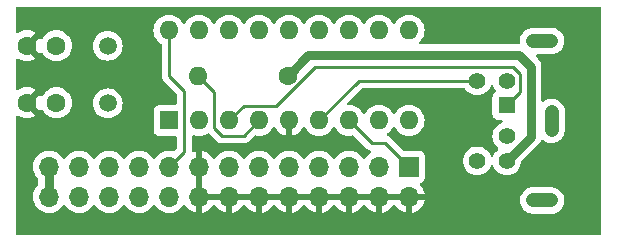
<source format=gbr>
%TF.GenerationSoftware,KiCad,Pcbnew,(6.0.11)*%
%TF.CreationDate,2023-03-06T21:30:59-06:00*%
%TF.ProjectId,ps2-to-parallel-keyboard-adapter,7073322d-746f-42d7-9061-72616c6c656c,rev?*%
%TF.SameCoordinates,Original*%
%TF.FileFunction,Copper,L2,Bot*%
%TF.FilePolarity,Positive*%
%FSLAX46Y46*%
G04 Gerber Fmt 4.6, Leading zero omitted, Abs format (unit mm)*
G04 Created by KiCad (PCBNEW (6.0.11)) date 2023-03-06 21:30:59*
%MOMM*%
%LPD*%
G01*
G04 APERTURE LIST*
%TA.AperFunction,ComponentPad*%
%ADD10C,1.600000*%
%TD*%
%TA.AperFunction,ComponentPad*%
%ADD11O,1.600000X1.600000*%
%TD*%
%TA.AperFunction,ComponentPad*%
%ADD12R,1.600000X1.600000*%
%TD*%
%TA.AperFunction,ComponentPad*%
%ADD13C,1.500000*%
%TD*%
%TA.AperFunction,ComponentPad*%
%ADD14R,1.408000X1.408000*%
%TD*%
%TA.AperFunction,ComponentPad*%
%ADD15C,1.408000*%
%TD*%
%TA.AperFunction,ComponentPad*%
%ADD16O,1.230000X2.730000*%
%TD*%
%TA.AperFunction,ComponentPad*%
%ADD17O,2.730000X1.230000*%
%TD*%
%TA.AperFunction,ComponentPad*%
%ADD18R,1.700000X1.700000*%
%TD*%
%TA.AperFunction,ComponentPad*%
%ADD19O,1.700000X1.700000*%
%TD*%
%TA.AperFunction,Conductor*%
%ADD20C,0.250000*%
%TD*%
%TA.AperFunction,Conductor*%
%ADD21C,0.800000*%
%TD*%
G04 APERTURE END LIST*
D10*
%TO.P,R1,1*%
%TO.N,+5V*%
X165608000Y-100310000D03*
D11*
%TO.P,R1,2*%
%TO.N,Net-(R1-Pad2)*%
X157988000Y-100310000D03*
%TD*%
D10*
%TO.P,C1,1*%
%TO.N,GND*%
X143530000Y-97790000D03*
%TO.P,C1,2*%
%TO.N,Net-(C1-Pad2)*%
X146030000Y-97790000D03*
%TD*%
D12*
%TO.P,U1,1,RA2*%
%TO.N,unconnected-(U1-Pad1)*%
X155560000Y-104110000D03*
D11*
%TO.P,U1,2,RA3*%
%TO.N,unconnected-(U1-Pad2)*%
X158100000Y-104110000D03*
%TO.P,U1,3,TOCKI/RA4*%
%TO.N,/PS{slash}2 Data In*%
X160640000Y-104110000D03*
%TO.P,U1,4,~{MCLR}*%
%TO.N,Net-(R1-Pad2)*%
X163180000Y-104110000D03*
%TO.P,U1,5,VSS*%
%TO.N,GND*%
X165720000Y-104110000D03*
%TO.P,U1,6,INT/RB0*%
%TO.N,/PS{slash}2 Clock In*%
X168260000Y-104110000D03*
%TO.P,U1,7,RB1*%
%TO.N,/BIT1*%
X170800000Y-104110000D03*
%TO.P,U1,8,RB2*%
%TO.N,/BIT2*%
X173340000Y-104110000D03*
%TO.P,U1,9,RB3*%
%TO.N,/BIT3*%
X175880000Y-104110000D03*
%TO.P,U1,10,RB4*%
%TO.N,/BIT4*%
X175880000Y-96490000D03*
%TO.P,U1,11,RB5*%
%TO.N,/BIT5*%
X173340000Y-96490000D03*
%TO.P,U1,12,RB6*%
%TO.N,/BIT6*%
X170800000Y-96490000D03*
%TO.P,U1,13,RB7*%
%TO.N,/BIT7*%
X168260000Y-96490000D03*
%TO.P,U1,14,VDD*%
%TO.N,+5V*%
X165720000Y-96490000D03*
%TO.P,U1,15,OSC2/CLKOUT*%
%TO.N,Net-(C2-Pad2)*%
X163180000Y-96490000D03*
%TO.P,U1,16,OSC1/CLKIN*%
%TO.N,Net-(C1-Pad2)*%
X160640000Y-96490000D03*
%TO.P,U1,17,RA0*%
%TO.N,unconnected-(U1-Pad17)*%
X158100000Y-96490000D03*
%TO.P,U1,18,RA1*%
%TO.N,/{slash}STROBE*%
X155560000Y-96490000D03*
%TD*%
D13*
%TO.P,Y1,1,1*%
%TO.N,Net-(C1-Pad2)*%
X150368000Y-97790000D03*
%TO.P,Y1,2,2*%
%TO.N,Net-(C2-Pad2)*%
X150368000Y-102670000D03*
%TD*%
D14*
%TO.P,J1,1*%
%TO.N,/PS{slash}2 Data In*%
X184160000Y-102840000D03*
D15*
%TO.P,J1,2*%
%TO.N,unconnected-(J1-Pad2)*%
X184160000Y-105440000D03*
%TO.P,J1,3*%
%TO.N,GND*%
X184160000Y-100740000D03*
%TO.P,J1,4*%
%TO.N,+5V*%
X184160000Y-107540000D03*
%TO.P,J1,5*%
%TO.N,/PS{slash}2 Clock In*%
X181660000Y-100740000D03*
%TO.P,J1,6*%
%TO.N,unconnected-(J1-Pad6)*%
X181660000Y-107540000D03*
D16*
%TO.P,J1,S1*%
%TO.N,N/C*%
X187960000Y-104140000D03*
D17*
%TO.P,J1,S2*%
X187160000Y-110890000D03*
%TO.P,J1,S3*%
X187160000Y-97390000D03*
%TD*%
D10*
%TO.P,C2,1*%
%TO.N,GND*%
X143530000Y-102616000D03*
%TO.P,C2,2*%
%TO.N,Net-(C2-Pad2)*%
X146030000Y-102616000D03*
%TD*%
D18*
%TO.P,J2,1,Pin_1*%
%TO.N,/BIT1*%
X175880000Y-108040000D03*
D19*
%TO.P,J2,2,Pin_2*%
%TO.N,GND*%
X175880000Y-110580000D03*
%TO.P,J2,3,Pin_3*%
%TO.N,/BIT2*%
X173340000Y-108040000D03*
%TO.P,J2,4,Pin_4*%
%TO.N,GND*%
X173340000Y-110580000D03*
%TO.P,J2,5,Pin_5*%
%TO.N,/BIT3*%
X170800000Y-108040000D03*
%TO.P,J2,6,Pin_6*%
%TO.N,GND*%
X170800000Y-110580000D03*
%TO.P,J2,7,Pin_7*%
%TO.N,/BIT4*%
X168260000Y-108040000D03*
%TO.P,J2,8,Pin_8*%
%TO.N,GND*%
X168260000Y-110580000D03*
%TO.P,J2,9,Pin_9*%
%TO.N,/BIT5*%
X165720000Y-108040000D03*
%TO.P,J2,10,Pin_10*%
%TO.N,GND*%
X165720000Y-110580000D03*
%TO.P,J2,11,Pin_11*%
%TO.N,/BIT6*%
X163180000Y-108040000D03*
%TO.P,J2,12,Pin_12*%
%TO.N,GND*%
X163180000Y-110580000D03*
%TO.P,J2,13,Pin_13*%
%TO.N,/BIT7*%
X160640000Y-108040000D03*
%TO.P,J2,14,Pin_14*%
%TO.N,GND*%
X160640000Y-110580000D03*
%TO.P,J2,15,Pin_15*%
X158100000Y-108040000D03*
%TO.P,J2,16,Pin_16*%
X158100000Y-110580000D03*
%TO.P,J2,17,Pin_17*%
%TO.N,/{slash}STROBE*%
X155560000Y-108040000D03*
%TO.P,J2,18,Pin_18*%
%TO.N,unconnected-(J2-Pad18)*%
X155560000Y-110580000D03*
%TO.P,J2,19,Pin_19*%
%TO.N,unconnected-(J2-Pad19)*%
X153020000Y-108040000D03*
%TO.P,J2,20,Pin_20*%
%TO.N,unconnected-(J2-Pad20)*%
X153020000Y-110580000D03*
%TO.P,J2,21,Pin_21*%
%TO.N,unconnected-(J2-Pad21)*%
X150480000Y-108040000D03*
%TO.P,J2,22,Pin_22*%
%TO.N,unconnected-(J2-Pad22)*%
X150480000Y-110580000D03*
%TO.P,J2,23,Pin_23*%
%TO.N,unconnected-(J2-Pad23)*%
X147940000Y-108040000D03*
%TO.P,J2,24,Pin_24*%
%TO.N,unconnected-(J2-Pad24)*%
X147940000Y-110580000D03*
%TO.P,J2,25,Pin_25*%
%TO.N,+5V*%
X145400000Y-108040000D03*
%TO.P,J2,26,Pin_26*%
X145400000Y-110580000D03*
%TD*%
D20*
%TO.N,/PS{slash}2 Data In*%
X185293000Y-100203000D02*
X184658000Y-99568000D01*
X184658000Y-99568000D02*
X167940991Y-99568000D01*
X164638991Y-102870000D02*
X161880000Y-102870000D01*
X184160000Y-102840000D02*
X185293000Y-101707000D01*
X185293000Y-101707000D02*
X185293000Y-100203000D01*
X161880000Y-102870000D02*
X160640000Y-104110000D01*
X167940991Y-99568000D02*
X164638991Y-102870000D01*
D21*
%TO.N,+5V*%
X186182000Y-99568000D02*
X186182000Y-105518000D01*
X145400000Y-110580000D02*
X145400000Y-108040000D01*
X167366000Y-98552000D02*
X185166000Y-98552000D01*
X185166000Y-98552000D02*
X186182000Y-99568000D01*
X186182000Y-105518000D02*
X184160000Y-107540000D01*
X165608000Y-100310000D02*
X167366000Y-98552000D01*
D20*
%TO.N,/PS{slash}2 Clock In*%
X181660000Y-100740000D02*
X171630000Y-100740000D01*
X171630000Y-100740000D02*
X168260000Y-104110000D01*
%TO.N,/BIT1*%
X173885000Y-106045000D02*
X175880000Y-108040000D01*
X170800000Y-104110000D02*
X172735000Y-106045000D01*
X172735000Y-106045000D02*
X173885000Y-106045000D01*
%TO.N,/{slash}STROBE*%
X155575000Y-96505000D02*
X155560000Y-96490000D01*
X156845000Y-101600000D02*
X155575000Y-100330000D01*
X155575000Y-100330000D02*
X155575000Y-96505000D01*
X155560000Y-108040000D02*
X156845000Y-106755000D01*
X156845000Y-106755000D02*
X156845000Y-101600000D01*
%TO.N,Net-(R1-Pad2)*%
X159385000Y-101707000D02*
X157988000Y-100310000D01*
X163180000Y-104110000D02*
X161880000Y-105410000D01*
X159385000Y-104775000D02*
X159385000Y-101707000D01*
X161880000Y-105410000D02*
X160020000Y-105410000D01*
X160020000Y-105410000D02*
X159385000Y-104775000D01*
%TD*%
%TA.AperFunction,Conductor*%
%TO.N,GND*%
G36*
X192118021Y-94508502D02*
G01*
X192164514Y-94562158D01*
X192175900Y-94614500D01*
X192175900Y-113665500D01*
X192155898Y-113733621D01*
X192102242Y-113780114D01*
X192049900Y-113791500D01*
X142747500Y-113791500D01*
X142679379Y-113771498D01*
X142632886Y-113717842D01*
X142621500Y-113665500D01*
X142621500Y-110546695D01*
X144037251Y-110546695D01*
X144050110Y-110769715D01*
X144051247Y-110774761D01*
X144051248Y-110774767D01*
X144067651Y-110847548D01*
X144099222Y-110987639D01*
X144183266Y-111194616D01*
X144221764Y-111257439D01*
X144297291Y-111380688D01*
X144299987Y-111385088D01*
X144446250Y-111553938D01*
X144618126Y-111696632D01*
X144811000Y-111809338D01*
X145019692Y-111889030D01*
X145024760Y-111890061D01*
X145024763Y-111890062D01*
X145119862Y-111909410D01*
X145238597Y-111933567D01*
X145243772Y-111933757D01*
X145243774Y-111933757D01*
X145456673Y-111941564D01*
X145456677Y-111941564D01*
X145461837Y-111941753D01*
X145466957Y-111941097D01*
X145466959Y-111941097D01*
X145678288Y-111914025D01*
X145678289Y-111914025D01*
X145683416Y-111913368D01*
X145688366Y-111911883D01*
X145892429Y-111850661D01*
X145892434Y-111850659D01*
X145897384Y-111849174D01*
X146097994Y-111750896D01*
X146279860Y-111621173D01*
X146438096Y-111463489D01*
X146497594Y-111380689D01*
X146568453Y-111282077D01*
X146569776Y-111283028D01*
X146616645Y-111239857D01*
X146686580Y-111227625D01*
X146752026Y-111255144D01*
X146779875Y-111286994D01*
X146839987Y-111385088D01*
X146986250Y-111553938D01*
X147158126Y-111696632D01*
X147351000Y-111809338D01*
X147559692Y-111889030D01*
X147564760Y-111890061D01*
X147564763Y-111890062D01*
X147659862Y-111909410D01*
X147778597Y-111933567D01*
X147783772Y-111933757D01*
X147783774Y-111933757D01*
X147996673Y-111941564D01*
X147996677Y-111941564D01*
X148001837Y-111941753D01*
X148006957Y-111941097D01*
X148006959Y-111941097D01*
X148218288Y-111914025D01*
X148218289Y-111914025D01*
X148223416Y-111913368D01*
X148228366Y-111911883D01*
X148432429Y-111850661D01*
X148432434Y-111850659D01*
X148437384Y-111849174D01*
X148637994Y-111750896D01*
X148819860Y-111621173D01*
X148978096Y-111463489D01*
X149037594Y-111380689D01*
X149108453Y-111282077D01*
X149109776Y-111283028D01*
X149156645Y-111239857D01*
X149226580Y-111227625D01*
X149292026Y-111255144D01*
X149319875Y-111286994D01*
X149379987Y-111385088D01*
X149526250Y-111553938D01*
X149698126Y-111696632D01*
X149891000Y-111809338D01*
X150099692Y-111889030D01*
X150104760Y-111890061D01*
X150104763Y-111890062D01*
X150199862Y-111909410D01*
X150318597Y-111933567D01*
X150323772Y-111933757D01*
X150323774Y-111933757D01*
X150536673Y-111941564D01*
X150536677Y-111941564D01*
X150541837Y-111941753D01*
X150546957Y-111941097D01*
X150546959Y-111941097D01*
X150758288Y-111914025D01*
X150758289Y-111914025D01*
X150763416Y-111913368D01*
X150768366Y-111911883D01*
X150972429Y-111850661D01*
X150972434Y-111850659D01*
X150977384Y-111849174D01*
X151177994Y-111750896D01*
X151359860Y-111621173D01*
X151518096Y-111463489D01*
X151577594Y-111380689D01*
X151648453Y-111282077D01*
X151649776Y-111283028D01*
X151696645Y-111239857D01*
X151766580Y-111227625D01*
X151832026Y-111255144D01*
X151859875Y-111286994D01*
X151919987Y-111385088D01*
X152066250Y-111553938D01*
X152238126Y-111696632D01*
X152431000Y-111809338D01*
X152639692Y-111889030D01*
X152644760Y-111890061D01*
X152644763Y-111890062D01*
X152739862Y-111909410D01*
X152858597Y-111933567D01*
X152863772Y-111933757D01*
X152863774Y-111933757D01*
X153076673Y-111941564D01*
X153076677Y-111941564D01*
X153081837Y-111941753D01*
X153086957Y-111941097D01*
X153086959Y-111941097D01*
X153298288Y-111914025D01*
X153298289Y-111914025D01*
X153303416Y-111913368D01*
X153308366Y-111911883D01*
X153512429Y-111850661D01*
X153512434Y-111850659D01*
X153517384Y-111849174D01*
X153717994Y-111750896D01*
X153899860Y-111621173D01*
X154058096Y-111463489D01*
X154117594Y-111380689D01*
X154188453Y-111282077D01*
X154189776Y-111283028D01*
X154236645Y-111239857D01*
X154306580Y-111227625D01*
X154372026Y-111255144D01*
X154399875Y-111286994D01*
X154459987Y-111385088D01*
X154606250Y-111553938D01*
X154778126Y-111696632D01*
X154971000Y-111809338D01*
X155179692Y-111889030D01*
X155184760Y-111890061D01*
X155184763Y-111890062D01*
X155279862Y-111909410D01*
X155398597Y-111933567D01*
X155403772Y-111933757D01*
X155403774Y-111933757D01*
X155616673Y-111941564D01*
X155616677Y-111941564D01*
X155621837Y-111941753D01*
X155626957Y-111941097D01*
X155626959Y-111941097D01*
X155838288Y-111914025D01*
X155838289Y-111914025D01*
X155843416Y-111913368D01*
X155848366Y-111911883D01*
X156052429Y-111850661D01*
X156052434Y-111850659D01*
X156057384Y-111849174D01*
X156257994Y-111750896D01*
X156439860Y-111621173D01*
X156598096Y-111463489D01*
X156657594Y-111380689D01*
X156728453Y-111282077D01*
X156729640Y-111282930D01*
X156776960Y-111239362D01*
X156846897Y-111227145D01*
X156912338Y-111254678D01*
X156940166Y-111286511D01*
X156997694Y-111380388D01*
X157003777Y-111388699D01*
X157143213Y-111549667D01*
X157150580Y-111556883D01*
X157314434Y-111692916D01*
X157322881Y-111698831D01*
X157506756Y-111806279D01*
X157516042Y-111810729D01*
X157715001Y-111886703D01*
X157724899Y-111889579D01*
X157828250Y-111910606D01*
X157842299Y-111909410D01*
X157846000Y-111899065D01*
X157846000Y-111898517D01*
X158354000Y-111898517D01*
X158358064Y-111912359D01*
X158371478Y-111914393D01*
X158378184Y-111913534D01*
X158388262Y-111911392D01*
X158592255Y-111850191D01*
X158601842Y-111846433D01*
X158793095Y-111752739D01*
X158801945Y-111747464D01*
X158975328Y-111623792D01*
X158983200Y-111617139D01*
X159134052Y-111466812D01*
X159140730Y-111458965D01*
X159268022Y-111281819D01*
X159269147Y-111282627D01*
X159316669Y-111238876D01*
X159386607Y-111226661D01*
X159452046Y-111254197D01*
X159479870Y-111286028D01*
X159537690Y-111380383D01*
X159543777Y-111388699D01*
X159683213Y-111549667D01*
X159690580Y-111556883D01*
X159854434Y-111692916D01*
X159862881Y-111698831D01*
X160046756Y-111806279D01*
X160056042Y-111810729D01*
X160255001Y-111886703D01*
X160264899Y-111889579D01*
X160368250Y-111910606D01*
X160382299Y-111909410D01*
X160386000Y-111899065D01*
X160386000Y-111898517D01*
X160894000Y-111898517D01*
X160898064Y-111912359D01*
X160911478Y-111914393D01*
X160918184Y-111913534D01*
X160928262Y-111911392D01*
X161132255Y-111850191D01*
X161141842Y-111846433D01*
X161333095Y-111752739D01*
X161341945Y-111747464D01*
X161515328Y-111623792D01*
X161523200Y-111617139D01*
X161674052Y-111466812D01*
X161680730Y-111458965D01*
X161808022Y-111281819D01*
X161809147Y-111282627D01*
X161856669Y-111238876D01*
X161926607Y-111226661D01*
X161992046Y-111254197D01*
X162019870Y-111286028D01*
X162077690Y-111380383D01*
X162083777Y-111388699D01*
X162223213Y-111549667D01*
X162230580Y-111556883D01*
X162394434Y-111692916D01*
X162402881Y-111698831D01*
X162586756Y-111806279D01*
X162596042Y-111810729D01*
X162795001Y-111886703D01*
X162804899Y-111889579D01*
X162908250Y-111910606D01*
X162922299Y-111909410D01*
X162926000Y-111899065D01*
X162926000Y-111898517D01*
X163434000Y-111898517D01*
X163438064Y-111912359D01*
X163451478Y-111914393D01*
X163458184Y-111913534D01*
X163468262Y-111911392D01*
X163672255Y-111850191D01*
X163681842Y-111846433D01*
X163873095Y-111752739D01*
X163881945Y-111747464D01*
X164055328Y-111623792D01*
X164063200Y-111617139D01*
X164214052Y-111466812D01*
X164220730Y-111458965D01*
X164348022Y-111281819D01*
X164349147Y-111282627D01*
X164396669Y-111238876D01*
X164466607Y-111226661D01*
X164532046Y-111254197D01*
X164559870Y-111286028D01*
X164617690Y-111380383D01*
X164623777Y-111388699D01*
X164763213Y-111549667D01*
X164770580Y-111556883D01*
X164934434Y-111692916D01*
X164942881Y-111698831D01*
X165126756Y-111806279D01*
X165136042Y-111810729D01*
X165335001Y-111886703D01*
X165344899Y-111889579D01*
X165448250Y-111910606D01*
X165462299Y-111909410D01*
X165466000Y-111899065D01*
X165466000Y-111898517D01*
X165974000Y-111898517D01*
X165978064Y-111912359D01*
X165991478Y-111914393D01*
X165998184Y-111913534D01*
X166008262Y-111911392D01*
X166212255Y-111850191D01*
X166221842Y-111846433D01*
X166413095Y-111752739D01*
X166421945Y-111747464D01*
X166595328Y-111623792D01*
X166603200Y-111617139D01*
X166754052Y-111466812D01*
X166760730Y-111458965D01*
X166888022Y-111281819D01*
X166889147Y-111282627D01*
X166936669Y-111238876D01*
X167006607Y-111226661D01*
X167072046Y-111254197D01*
X167099870Y-111286028D01*
X167157690Y-111380383D01*
X167163777Y-111388699D01*
X167303213Y-111549667D01*
X167310580Y-111556883D01*
X167474434Y-111692916D01*
X167482881Y-111698831D01*
X167666756Y-111806279D01*
X167676042Y-111810729D01*
X167875001Y-111886703D01*
X167884899Y-111889579D01*
X167988250Y-111910606D01*
X168002299Y-111909410D01*
X168006000Y-111899065D01*
X168006000Y-111898517D01*
X168514000Y-111898517D01*
X168518064Y-111912359D01*
X168531478Y-111914393D01*
X168538184Y-111913534D01*
X168548262Y-111911392D01*
X168752255Y-111850191D01*
X168761842Y-111846433D01*
X168953095Y-111752739D01*
X168961945Y-111747464D01*
X169135328Y-111623792D01*
X169143200Y-111617139D01*
X169294052Y-111466812D01*
X169300730Y-111458965D01*
X169428022Y-111281819D01*
X169429147Y-111282627D01*
X169476669Y-111238876D01*
X169546607Y-111226661D01*
X169612046Y-111254197D01*
X169639870Y-111286028D01*
X169697690Y-111380383D01*
X169703777Y-111388699D01*
X169843213Y-111549667D01*
X169850580Y-111556883D01*
X170014434Y-111692916D01*
X170022881Y-111698831D01*
X170206756Y-111806279D01*
X170216042Y-111810729D01*
X170415001Y-111886703D01*
X170424899Y-111889579D01*
X170528250Y-111910606D01*
X170542299Y-111909410D01*
X170546000Y-111899065D01*
X170546000Y-111898517D01*
X171054000Y-111898517D01*
X171058064Y-111912359D01*
X171071478Y-111914393D01*
X171078184Y-111913534D01*
X171088262Y-111911392D01*
X171292255Y-111850191D01*
X171301842Y-111846433D01*
X171493095Y-111752739D01*
X171501945Y-111747464D01*
X171675328Y-111623792D01*
X171683200Y-111617139D01*
X171834052Y-111466812D01*
X171840730Y-111458965D01*
X171968022Y-111281819D01*
X171969147Y-111282627D01*
X172016669Y-111238876D01*
X172086607Y-111226661D01*
X172152046Y-111254197D01*
X172179870Y-111286028D01*
X172237690Y-111380383D01*
X172243777Y-111388699D01*
X172383213Y-111549667D01*
X172390580Y-111556883D01*
X172554434Y-111692916D01*
X172562881Y-111698831D01*
X172746756Y-111806279D01*
X172756042Y-111810729D01*
X172955001Y-111886703D01*
X172964899Y-111889579D01*
X173068250Y-111910606D01*
X173082299Y-111909410D01*
X173086000Y-111899065D01*
X173086000Y-111898517D01*
X173594000Y-111898517D01*
X173598064Y-111912359D01*
X173611478Y-111914393D01*
X173618184Y-111913534D01*
X173628262Y-111911392D01*
X173832255Y-111850191D01*
X173841842Y-111846433D01*
X174033095Y-111752739D01*
X174041945Y-111747464D01*
X174215328Y-111623792D01*
X174223200Y-111617139D01*
X174374052Y-111466812D01*
X174380730Y-111458965D01*
X174508022Y-111281819D01*
X174509147Y-111282627D01*
X174556669Y-111238876D01*
X174626607Y-111226661D01*
X174692046Y-111254197D01*
X174719870Y-111286028D01*
X174777690Y-111380383D01*
X174783777Y-111388699D01*
X174923213Y-111549667D01*
X174930580Y-111556883D01*
X175094434Y-111692916D01*
X175102881Y-111698831D01*
X175286756Y-111806279D01*
X175296042Y-111810729D01*
X175495001Y-111886703D01*
X175504899Y-111889579D01*
X175608250Y-111910606D01*
X175622299Y-111909410D01*
X175626000Y-111899065D01*
X175626000Y-111898517D01*
X176134000Y-111898517D01*
X176138064Y-111912359D01*
X176151478Y-111914393D01*
X176158184Y-111913534D01*
X176168262Y-111911392D01*
X176372255Y-111850191D01*
X176381842Y-111846433D01*
X176573095Y-111752739D01*
X176581945Y-111747464D01*
X176755328Y-111623792D01*
X176763200Y-111617139D01*
X176914052Y-111466812D01*
X176920730Y-111458965D01*
X177045003Y-111286020D01*
X177050313Y-111277183D01*
X177144670Y-111086267D01*
X177148469Y-111076672D01*
X177210377Y-110872910D01*
X177212555Y-110862837D01*
X177213986Y-110851962D01*
X177211775Y-110837778D01*
X177201640Y-110834868D01*
X185282737Y-110834868D01*
X185292649Y-111049023D01*
X185294053Y-111054848D01*
X185294053Y-111054849D01*
X185300551Y-111081811D01*
X185342878Y-111257439D01*
X185345356Y-111262889D01*
X185345357Y-111262892D01*
X185356096Y-111286511D01*
X185431612Y-111452598D01*
X185505840Y-111557240D01*
X185548606Y-111617529D01*
X185555648Y-111627457D01*
X185710511Y-111775706D01*
X185715546Y-111778957D01*
X185885577Y-111888745D01*
X185885580Y-111888746D01*
X185890614Y-111891997D01*
X185896177Y-111894239D01*
X185945272Y-111914025D01*
X186089457Y-111972134D01*
X186299867Y-112013224D01*
X186305511Y-112013500D01*
X187963558Y-112013500D01*
X188123415Y-111998248D01*
X188208513Y-111973283D01*
X188323376Y-111939586D01*
X188323378Y-111939585D01*
X188329129Y-111937898D01*
X188334463Y-111935151D01*
X188514390Y-111842483D01*
X188514393Y-111842481D01*
X188519721Y-111839737D01*
X188688312Y-111707308D01*
X188828819Y-111545387D01*
X188936173Y-111359819D01*
X189006500Y-111157298D01*
X189017445Y-111081811D01*
X189036402Y-110951072D01*
X189036402Y-110951069D01*
X189037263Y-110945132D01*
X189027351Y-110730977D01*
X188977122Y-110522561D01*
X188888388Y-110327402D01*
X188764352Y-110152543D01*
X188609489Y-110004294D01*
X188511176Y-109940814D01*
X188434423Y-109891255D01*
X188434420Y-109891254D01*
X188429386Y-109888003D01*
X188230543Y-109807866D01*
X188020133Y-109766776D01*
X188014489Y-109766500D01*
X186356442Y-109766500D01*
X186196585Y-109781752D01*
X186190831Y-109783440D01*
X185996624Y-109840414D01*
X185996622Y-109840415D01*
X185990871Y-109842102D01*
X185985539Y-109844848D01*
X185985537Y-109844849D01*
X185805610Y-109937517D01*
X185805607Y-109937519D01*
X185800279Y-109940263D01*
X185631688Y-110072692D01*
X185491181Y-110234613D01*
X185383827Y-110420181D01*
X185313500Y-110622702D01*
X185312639Y-110628637D01*
X185312639Y-110628639D01*
X185297801Y-110730977D01*
X185282737Y-110834868D01*
X177201640Y-110834868D01*
X177198617Y-110834000D01*
X176152115Y-110834000D01*
X176136876Y-110838475D01*
X176135671Y-110839865D01*
X176134000Y-110847548D01*
X176134000Y-111898517D01*
X175626000Y-111898517D01*
X175626000Y-110852115D01*
X175621525Y-110836876D01*
X175620135Y-110835671D01*
X175612452Y-110834000D01*
X173612115Y-110834000D01*
X173596876Y-110838475D01*
X173595671Y-110839865D01*
X173594000Y-110847548D01*
X173594000Y-111898517D01*
X173086000Y-111898517D01*
X173086000Y-110852115D01*
X173081525Y-110836876D01*
X173080135Y-110835671D01*
X173072452Y-110834000D01*
X171072115Y-110834000D01*
X171056876Y-110838475D01*
X171055671Y-110839865D01*
X171054000Y-110847548D01*
X171054000Y-111898517D01*
X170546000Y-111898517D01*
X170546000Y-110852115D01*
X170541525Y-110836876D01*
X170540135Y-110835671D01*
X170532452Y-110834000D01*
X168532115Y-110834000D01*
X168516876Y-110838475D01*
X168515671Y-110839865D01*
X168514000Y-110847548D01*
X168514000Y-111898517D01*
X168006000Y-111898517D01*
X168006000Y-110852115D01*
X168001525Y-110836876D01*
X168000135Y-110835671D01*
X167992452Y-110834000D01*
X165992115Y-110834000D01*
X165976876Y-110838475D01*
X165975671Y-110839865D01*
X165974000Y-110847548D01*
X165974000Y-111898517D01*
X165466000Y-111898517D01*
X165466000Y-110852115D01*
X165461525Y-110836876D01*
X165460135Y-110835671D01*
X165452452Y-110834000D01*
X163452115Y-110834000D01*
X163436876Y-110838475D01*
X163435671Y-110839865D01*
X163434000Y-110847548D01*
X163434000Y-111898517D01*
X162926000Y-111898517D01*
X162926000Y-110852115D01*
X162921525Y-110836876D01*
X162920135Y-110835671D01*
X162912452Y-110834000D01*
X160912115Y-110834000D01*
X160896876Y-110838475D01*
X160895671Y-110839865D01*
X160894000Y-110847548D01*
X160894000Y-111898517D01*
X160386000Y-111898517D01*
X160386000Y-110852115D01*
X160381525Y-110836876D01*
X160380135Y-110835671D01*
X160372452Y-110834000D01*
X158372115Y-110834000D01*
X158356876Y-110838475D01*
X158355671Y-110839865D01*
X158354000Y-110847548D01*
X158354000Y-111898517D01*
X157846000Y-111898517D01*
X157846000Y-106723102D01*
X157842082Y-106709758D01*
X157827806Y-106707771D01*
X157789324Y-106713660D01*
X157779288Y-106716051D01*
X157643645Y-106760386D01*
X157572681Y-106762537D01*
X157511819Y-106725981D01*
X157480383Y-106662323D01*
X157478500Y-106640621D01*
X157478500Y-105461024D01*
X157498502Y-105392903D01*
X157552158Y-105346410D01*
X157622432Y-105336306D01*
X157646726Y-105342404D01*
X157650757Y-105344284D01*
X157711705Y-105360615D01*
X157866598Y-105402119D01*
X157866600Y-105402119D01*
X157871913Y-105403543D01*
X158100000Y-105423498D01*
X158328087Y-105403543D01*
X158333400Y-105402119D01*
X158333402Y-105402119D01*
X158543933Y-105345707D01*
X158543935Y-105345706D01*
X158549243Y-105344284D01*
X158601132Y-105320088D01*
X158751762Y-105249849D01*
X158751767Y-105249846D01*
X158756749Y-105247523D01*
X158789468Y-105224613D01*
X158856742Y-105201926D01*
X158925603Y-105219212D01*
X158942054Y-105230743D01*
X158953605Y-105240299D01*
X158962384Y-105248288D01*
X159516343Y-105802247D01*
X159523887Y-105810537D01*
X159528000Y-105817018D01*
X159533777Y-105822443D01*
X159577667Y-105863658D01*
X159580509Y-105866413D01*
X159600231Y-105886135D01*
X159603355Y-105888558D01*
X159603359Y-105888562D01*
X159603424Y-105888612D01*
X159612445Y-105896317D01*
X159644679Y-105926586D01*
X159651627Y-105930405D01*
X159651629Y-105930407D01*
X159662432Y-105936346D01*
X159678959Y-105947202D01*
X159688698Y-105954757D01*
X159688700Y-105954758D01*
X159694960Y-105959614D01*
X159735540Y-105977174D01*
X159746188Y-105982391D01*
X159770976Y-105996018D01*
X159784940Y-106003695D01*
X159792616Y-106005666D01*
X159792619Y-106005667D01*
X159804562Y-106008733D01*
X159823266Y-106015137D01*
X159827537Y-106016985D01*
X159841855Y-106023181D01*
X159849678Y-106024420D01*
X159849688Y-106024423D01*
X159885524Y-106030099D01*
X159897144Y-106032505D01*
X159928959Y-106040673D01*
X159939970Y-106043500D01*
X159960224Y-106043500D01*
X159979934Y-106045051D01*
X159999943Y-106048220D01*
X160007835Y-106047474D01*
X160026580Y-106045702D01*
X160043962Y-106044059D01*
X160055819Y-106043500D01*
X161801233Y-106043500D01*
X161812416Y-106044027D01*
X161819909Y-106045702D01*
X161827835Y-106045453D01*
X161827836Y-106045453D01*
X161887986Y-106043562D01*
X161891945Y-106043500D01*
X161919856Y-106043500D01*
X161923791Y-106043003D01*
X161923856Y-106042995D01*
X161935693Y-106042062D01*
X161967951Y-106041048D01*
X161971970Y-106040922D01*
X161979889Y-106040673D01*
X161999343Y-106035021D01*
X162018700Y-106031013D01*
X162030930Y-106029468D01*
X162030931Y-106029468D01*
X162038797Y-106028474D01*
X162046168Y-106025555D01*
X162046170Y-106025555D01*
X162079912Y-106012196D01*
X162091142Y-106008351D01*
X162125983Y-105998229D01*
X162125984Y-105998229D01*
X162133593Y-105996018D01*
X162140412Y-105991985D01*
X162140417Y-105991983D01*
X162151028Y-105985707D01*
X162168776Y-105977012D01*
X162187617Y-105969552D01*
X162223387Y-105943564D01*
X162233307Y-105937048D01*
X162264535Y-105918580D01*
X162264538Y-105918578D01*
X162271362Y-105914542D01*
X162285683Y-105900221D01*
X162300717Y-105887380D01*
X162302431Y-105886135D01*
X162317107Y-105875472D01*
X162345298Y-105841395D01*
X162353288Y-105832616D01*
X162766752Y-105419152D01*
X162829064Y-105385126D01*
X162888459Y-105386541D01*
X162946591Y-105402118D01*
X162946602Y-105402120D01*
X162951913Y-105403543D01*
X163180000Y-105423498D01*
X163408087Y-105403543D01*
X163413400Y-105402119D01*
X163413402Y-105402119D01*
X163623933Y-105345707D01*
X163623935Y-105345706D01*
X163629243Y-105344284D01*
X163681132Y-105320088D01*
X163831762Y-105249849D01*
X163831767Y-105249846D01*
X163836749Y-105247523D01*
X163978458Y-105148297D01*
X164019789Y-105119357D01*
X164019792Y-105119355D01*
X164024300Y-105116198D01*
X164186198Y-104954300D01*
X164317523Y-104766749D01*
X164319846Y-104761767D01*
X164319849Y-104761762D01*
X164336081Y-104726951D01*
X164382998Y-104673666D01*
X164451275Y-104654205D01*
X164519235Y-104674747D01*
X164564471Y-104726951D01*
X164580586Y-104761511D01*
X164586069Y-104771007D01*
X164711028Y-104949467D01*
X164718084Y-104957875D01*
X164872125Y-105111916D01*
X164880533Y-105118972D01*
X165058993Y-105243931D01*
X165068489Y-105249414D01*
X165265947Y-105341490D01*
X165276239Y-105345236D01*
X165448503Y-105391394D01*
X165462599Y-105391058D01*
X165466000Y-105383116D01*
X165466000Y-103982000D01*
X165486002Y-103913879D01*
X165539658Y-103867386D01*
X165592000Y-103856000D01*
X165848000Y-103856000D01*
X165916121Y-103876002D01*
X165962614Y-103929658D01*
X165974000Y-103982000D01*
X165974000Y-105377967D01*
X165977973Y-105391498D01*
X165986522Y-105392727D01*
X166163761Y-105345236D01*
X166174053Y-105341490D01*
X166371511Y-105249414D01*
X166381007Y-105243931D01*
X166559467Y-105118972D01*
X166567875Y-105111916D01*
X166721916Y-104957875D01*
X166728972Y-104949467D01*
X166853931Y-104771007D01*
X166859414Y-104761511D01*
X166875529Y-104726951D01*
X166922446Y-104673666D01*
X166990723Y-104654205D01*
X167058683Y-104674747D01*
X167103919Y-104726951D01*
X167120151Y-104761762D01*
X167120154Y-104761767D01*
X167122477Y-104766749D01*
X167253802Y-104954300D01*
X167415700Y-105116198D01*
X167420208Y-105119355D01*
X167420211Y-105119357D01*
X167461542Y-105148297D01*
X167603251Y-105247523D01*
X167608233Y-105249846D01*
X167608238Y-105249849D01*
X167758868Y-105320088D01*
X167810757Y-105344284D01*
X167816065Y-105345706D01*
X167816067Y-105345707D01*
X168026598Y-105402119D01*
X168026600Y-105402119D01*
X168031913Y-105403543D01*
X168260000Y-105423498D01*
X168488087Y-105403543D01*
X168493400Y-105402119D01*
X168493402Y-105402119D01*
X168703933Y-105345707D01*
X168703935Y-105345706D01*
X168709243Y-105344284D01*
X168761132Y-105320088D01*
X168911762Y-105249849D01*
X168911767Y-105249846D01*
X168916749Y-105247523D01*
X169058458Y-105148297D01*
X169099789Y-105119357D01*
X169099792Y-105119355D01*
X169104300Y-105116198D01*
X169266198Y-104954300D01*
X169397523Y-104766749D01*
X169399846Y-104761767D01*
X169399849Y-104761762D01*
X169415805Y-104727543D01*
X169462722Y-104674258D01*
X169530999Y-104654797D01*
X169598959Y-104675339D01*
X169644195Y-104727543D01*
X169660151Y-104761762D01*
X169660154Y-104761767D01*
X169662477Y-104766749D01*
X169793802Y-104954300D01*
X169955700Y-105116198D01*
X169960208Y-105119355D01*
X169960211Y-105119357D01*
X170001542Y-105148297D01*
X170143251Y-105247523D01*
X170148233Y-105249846D01*
X170148238Y-105249849D01*
X170298868Y-105320088D01*
X170350757Y-105344284D01*
X170356065Y-105345706D01*
X170356067Y-105345707D01*
X170566598Y-105402119D01*
X170566600Y-105402119D01*
X170571913Y-105403543D01*
X170800000Y-105423498D01*
X171028087Y-105403543D01*
X171033398Y-105402120D01*
X171033409Y-105402118D01*
X171091541Y-105386541D01*
X171162517Y-105388230D01*
X171213248Y-105419152D01*
X172231343Y-106437247D01*
X172238887Y-106445537D01*
X172243000Y-106452018D01*
X172248777Y-106457443D01*
X172292667Y-106498658D01*
X172295509Y-106501413D01*
X172315230Y-106521134D01*
X172318425Y-106523612D01*
X172327447Y-106531318D01*
X172359679Y-106561586D01*
X172366628Y-106565406D01*
X172377432Y-106571346D01*
X172393956Y-106582199D01*
X172409959Y-106594613D01*
X172450543Y-106612176D01*
X172461173Y-106617383D01*
X172499940Y-106638695D01*
X172507617Y-106640666D01*
X172507622Y-106640668D01*
X172519558Y-106643732D01*
X172538266Y-106650137D01*
X172556855Y-106658181D01*
X172564684Y-106659421D01*
X172572297Y-106661633D01*
X172571680Y-106663757D01*
X172625609Y-106689322D01*
X172663136Y-106749590D01*
X172662123Y-106820579D01*
X172622891Y-106879751D01*
X172613726Y-106886445D01*
X172613607Y-106886507D01*
X172612384Y-106887425D01*
X172612346Y-106887453D01*
X172475687Y-106990060D01*
X172434965Y-107020635D01*
X172431393Y-107024373D01*
X172330147Y-107130321D01*
X172280629Y-107182138D01*
X172173201Y-107339621D01*
X172118293Y-107384621D01*
X172047768Y-107392792D01*
X171984021Y-107361538D01*
X171963324Y-107337054D01*
X171882822Y-107212617D01*
X171882820Y-107212614D01*
X171880014Y-107208277D01*
X171729670Y-107043051D01*
X171725619Y-107039852D01*
X171725615Y-107039848D01*
X171558414Y-106907800D01*
X171558410Y-106907798D01*
X171554359Y-106904598D01*
X171358789Y-106796638D01*
X171353920Y-106794914D01*
X171353916Y-106794912D01*
X171153087Y-106723795D01*
X171153083Y-106723794D01*
X171148212Y-106722069D01*
X171143119Y-106721162D01*
X171143116Y-106721161D01*
X170933373Y-106683800D01*
X170933367Y-106683799D01*
X170928284Y-106682894D01*
X170854452Y-106681992D01*
X170710081Y-106680228D01*
X170710079Y-106680228D01*
X170704911Y-106680165D01*
X170484091Y-106713955D01*
X170271756Y-106783357D01*
X170073607Y-106886507D01*
X170069474Y-106889610D01*
X170069471Y-106889612D01*
X169935687Y-106990060D01*
X169894965Y-107020635D01*
X169891393Y-107024373D01*
X169790147Y-107130321D01*
X169740629Y-107182138D01*
X169633201Y-107339621D01*
X169578293Y-107384621D01*
X169507768Y-107392792D01*
X169444021Y-107361538D01*
X169423324Y-107337054D01*
X169342822Y-107212617D01*
X169342820Y-107212614D01*
X169340014Y-107208277D01*
X169189670Y-107043051D01*
X169185619Y-107039852D01*
X169185615Y-107039848D01*
X169018414Y-106907800D01*
X169018410Y-106907798D01*
X169014359Y-106904598D01*
X168818789Y-106796638D01*
X168813920Y-106794914D01*
X168813916Y-106794912D01*
X168613087Y-106723795D01*
X168613083Y-106723794D01*
X168608212Y-106722069D01*
X168603119Y-106721162D01*
X168603116Y-106721161D01*
X168393373Y-106683800D01*
X168393367Y-106683799D01*
X168388284Y-106682894D01*
X168314452Y-106681992D01*
X168170081Y-106680228D01*
X168170079Y-106680228D01*
X168164911Y-106680165D01*
X167944091Y-106713955D01*
X167731756Y-106783357D01*
X167533607Y-106886507D01*
X167529474Y-106889610D01*
X167529471Y-106889612D01*
X167395687Y-106990060D01*
X167354965Y-107020635D01*
X167351393Y-107024373D01*
X167250147Y-107130321D01*
X167200629Y-107182138D01*
X167093201Y-107339621D01*
X167038293Y-107384621D01*
X166967768Y-107392792D01*
X166904021Y-107361538D01*
X166883324Y-107337054D01*
X166802822Y-107212617D01*
X166802820Y-107212614D01*
X166800014Y-107208277D01*
X166649670Y-107043051D01*
X166645619Y-107039852D01*
X166645615Y-107039848D01*
X166478414Y-106907800D01*
X166478410Y-106907798D01*
X166474359Y-106904598D01*
X166278789Y-106796638D01*
X166273920Y-106794914D01*
X166273916Y-106794912D01*
X166073087Y-106723795D01*
X166073083Y-106723794D01*
X166068212Y-106722069D01*
X166063119Y-106721162D01*
X166063116Y-106721161D01*
X165853373Y-106683800D01*
X165853367Y-106683799D01*
X165848284Y-106682894D01*
X165774452Y-106681992D01*
X165630081Y-106680228D01*
X165630079Y-106680228D01*
X165624911Y-106680165D01*
X165404091Y-106713955D01*
X165191756Y-106783357D01*
X164993607Y-106886507D01*
X164989474Y-106889610D01*
X164989471Y-106889612D01*
X164855687Y-106990060D01*
X164814965Y-107020635D01*
X164811393Y-107024373D01*
X164710147Y-107130321D01*
X164660629Y-107182138D01*
X164553201Y-107339621D01*
X164498293Y-107384621D01*
X164427768Y-107392792D01*
X164364021Y-107361538D01*
X164343324Y-107337054D01*
X164262822Y-107212617D01*
X164262820Y-107212614D01*
X164260014Y-107208277D01*
X164109670Y-107043051D01*
X164105619Y-107039852D01*
X164105615Y-107039848D01*
X163938414Y-106907800D01*
X163938410Y-106907798D01*
X163934359Y-106904598D01*
X163738789Y-106796638D01*
X163733920Y-106794914D01*
X163733916Y-106794912D01*
X163533087Y-106723795D01*
X163533083Y-106723794D01*
X163528212Y-106722069D01*
X163523119Y-106721162D01*
X163523116Y-106721161D01*
X163313373Y-106683800D01*
X163313367Y-106683799D01*
X163308284Y-106682894D01*
X163234452Y-106681992D01*
X163090081Y-106680228D01*
X163090079Y-106680228D01*
X163084911Y-106680165D01*
X162864091Y-106713955D01*
X162651756Y-106783357D01*
X162453607Y-106886507D01*
X162449474Y-106889610D01*
X162449471Y-106889612D01*
X162315687Y-106990060D01*
X162274965Y-107020635D01*
X162271393Y-107024373D01*
X162170147Y-107130321D01*
X162120629Y-107182138D01*
X162013201Y-107339621D01*
X161958293Y-107384621D01*
X161887768Y-107392792D01*
X161824021Y-107361538D01*
X161803324Y-107337054D01*
X161722822Y-107212617D01*
X161722820Y-107212614D01*
X161720014Y-107208277D01*
X161569670Y-107043051D01*
X161565619Y-107039852D01*
X161565615Y-107039848D01*
X161398414Y-106907800D01*
X161398410Y-106907798D01*
X161394359Y-106904598D01*
X161198789Y-106796638D01*
X161193920Y-106794914D01*
X161193916Y-106794912D01*
X160993087Y-106723795D01*
X160993083Y-106723794D01*
X160988212Y-106722069D01*
X160983119Y-106721162D01*
X160983116Y-106721161D01*
X160773373Y-106683800D01*
X160773367Y-106683799D01*
X160768284Y-106682894D01*
X160694452Y-106681992D01*
X160550081Y-106680228D01*
X160550079Y-106680228D01*
X160544911Y-106680165D01*
X160324091Y-106713955D01*
X160111756Y-106783357D01*
X159913607Y-106886507D01*
X159909474Y-106889610D01*
X159909471Y-106889612D01*
X159775687Y-106990060D01*
X159734965Y-107020635D01*
X159731393Y-107024373D01*
X159630147Y-107130321D01*
X159580629Y-107182138D01*
X159473204Y-107339618D01*
X159472898Y-107340066D01*
X159417987Y-107385069D01*
X159347462Y-107393240D01*
X159283715Y-107361986D01*
X159263018Y-107337502D01*
X159182426Y-107212926D01*
X159176136Y-107204757D01*
X159032806Y-107047240D01*
X159025273Y-107040215D01*
X158858139Y-106908222D01*
X158849552Y-106902517D01*
X158663117Y-106799599D01*
X158653705Y-106795369D01*
X158452959Y-106724280D01*
X158442988Y-106721646D01*
X158371837Y-106708972D01*
X158358540Y-106710432D01*
X158354000Y-106724989D01*
X158354000Y-110307885D01*
X158358475Y-110323124D01*
X158359865Y-110324329D01*
X158367548Y-110326000D01*
X177198344Y-110326000D01*
X177211875Y-110322027D01*
X177213180Y-110312947D01*
X177171214Y-110145875D01*
X177167894Y-110136124D01*
X177082972Y-109940814D01*
X177078105Y-109931739D01*
X176962426Y-109752926D01*
X176956136Y-109744757D01*
X176812293Y-109586677D01*
X176781241Y-109522831D01*
X176789635Y-109452333D01*
X176834812Y-109397564D01*
X176861256Y-109383895D01*
X176968297Y-109343767D01*
X176976705Y-109340615D01*
X177093261Y-109253261D01*
X177180615Y-109136705D01*
X177231745Y-109000316D01*
X177238500Y-108938134D01*
X177238500Y-107141866D01*
X177231745Y-107079684D01*
X177180615Y-106943295D01*
X177093261Y-106826739D01*
X176976705Y-106739385D01*
X176840316Y-106688255D01*
X176778134Y-106681500D01*
X175469594Y-106681500D01*
X175401473Y-106661498D01*
X175380499Y-106644595D01*
X174388652Y-105652747D01*
X174381112Y-105644461D01*
X174377000Y-105637982D01*
X174327348Y-105591356D01*
X174324507Y-105588602D01*
X174304770Y-105568865D01*
X174301573Y-105566385D01*
X174292551Y-105558680D01*
X174266100Y-105533841D01*
X174260321Y-105528414D01*
X174253375Y-105524595D01*
X174253372Y-105524593D01*
X174242566Y-105518652D01*
X174226047Y-105507801D01*
X174225583Y-105507441D01*
X174210041Y-105495386D01*
X174202772Y-105492241D01*
X174202768Y-105492238D01*
X174169463Y-105477826D01*
X174158813Y-105472609D01*
X174120060Y-105451305D01*
X174100437Y-105446267D01*
X174081734Y-105439863D01*
X174066348Y-105433205D01*
X174011773Y-105387795D01*
X173990413Y-105320088D01*
X174009049Y-105251581D01*
X174044116Y-105214356D01*
X174138458Y-105148297D01*
X174179789Y-105119357D01*
X174179792Y-105119355D01*
X174184300Y-105116198D01*
X174346198Y-104954300D01*
X174477523Y-104766749D01*
X174479846Y-104761767D01*
X174479849Y-104761762D01*
X174495805Y-104727543D01*
X174542722Y-104674258D01*
X174610999Y-104654797D01*
X174678959Y-104675339D01*
X174724195Y-104727543D01*
X174740151Y-104761762D01*
X174740154Y-104761767D01*
X174742477Y-104766749D01*
X174873802Y-104954300D01*
X175035700Y-105116198D01*
X175040208Y-105119355D01*
X175040211Y-105119357D01*
X175081542Y-105148297D01*
X175223251Y-105247523D01*
X175228233Y-105249846D01*
X175228238Y-105249849D01*
X175378868Y-105320088D01*
X175430757Y-105344284D01*
X175436065Y-105345706D01*
X175436067Y-105345707D01*
X175646598Y-105402119D01*
X175646600Y-105402119D01*
X175651913Y-105403543D01*
X175880000Y-105423498D01*
X176108087Y-105403543D01*
X176113400Y-105402119D01*
X176113402Y-105402119D01*
X176323933Y-105345707D01*
X176323935Y-105345706D01*
X176329243Y-105344284D01*
X176381132Y-105320088D01*
X176531762Y-105249849D01*
X176531767Y-105249846D01*
X176536749Y-105247523D01*
X176678458Y-105148297D01*
X176719789Y-105119357D01*
X176719792Y-105119355D01*
X176724300Y-105116198D01*
X176886198Y-104954300D01*
X177017523Y-104766749D01*
X177019846Y-104761767D01*
X177019849Y-104761762D01*
X177111961Y-104564225D01*
X177111961Y-104564224D01*
X177114284Y-104559243D01*
X177127072Y-104511520D01*
X177172119Y-104343402D01*
X177172119Y-104343400D01*
X177173543Y-104338087D01*
X177193498Y-104110000D01*
X177173543Y-103881913D01*
X177171959Y-103876002D01*
X177115707Y-103666067D01*
X177115706Y-103666065D01*
X177114284Y-103660757D01*
X177082285Y-103592134D01*
X177019849Y-103458238D01*
X177019846Y-103458233D01*
X177017523Y-103453251D01*
X176935053Y-103335472D01*
X176889357Y-103270211D01*
X176889355Y-103270208D01*
X176886198Y-103265700D01*
X176724300Y-103103802D01*
X176719792Y-103100645D01*
X176719789Y-103100643D01*
X176641611Y-103045902D01*
X176536749Y-102972477D01*
X176531767Y-102970154D01*
X176531762Y-102970151D01*
X176334225Y-102878039D01*
X176334224Y-102878039D01*
X176329243Y-102875716D01*
X176323935Y-102874294D01*
X176323933Y-102874293D01*
X176113402Y-102817881D01*
X176113400Y-102817881D01*
X176108087Y-102816457D01*
X175880000Y-102796502D01*
X175651913Y-102816457D01*
X175646600Y-102817881D01*
X175646598Y-102817881D01*
X175436067Y-102874293D01*
X175436065Y-102874294D01*
X175430757Y-102875716D01*
X175425776Y-102878039D01*
X175425775Y-102878039D01*
X175228238Y-102970151D01*
X175228233Y-102970154D01*
X175223251Y-102972477D01*
X175118389Y-103045902D01*
X175040211Y-103100643D01*
X175040208Y-103100645D01*
X175035700Y-103103802D01*
X174873802Y-103265700D01*
X174870645Y-103270208D01*
X174870643Y-103270211D01*
X174824947Y-103335472D01*
X174742477Y-103453251D01*
X174740154Y-103458233D01*
X174740151Y-103458238D01*
X174724195Y-103492457D01*
X174677278Y-103545742D01*
X174609001Y-103565203D01*
X174541041Y-103544661D01*
X174495805Y-103492457D01*
X174479849Y-103458238D01*
X174479846Y-103458233D01*
X174477523Y-103453251D01*
X174395053Y-103335472D01*
X174349357Y-103270211D01*
X174349355Y-103270208D01*
X174346198Y-103265700D01*
X174184300Y-103103802D01*
X174179792Y-103100645D01*
X174179789Y-103100643D01*
X174101611Y-103045902D01*
X173996749Y-102972477D01*
X173991767Y-102970154D01*
X173991762Y-102970151D01*
X173794225Y-102878039D01*
X173794224Y-102878039D01*
X173789243Y-102875716D01*
X173783935Y-102874294D01*
X173783933Y-102874293D01*
X173573402Y-102817881D01*
X173573400Y-102817881D01*
X173568087Y-102816457D01*
X173340000Y-102796502D01*
X173111913Y-102816457D01*
X173106600Y-102817881D01*
X173106598Y-102817881D01*
X172896067Y-102874293D01*
X172896065Y-102874294D01*
X172890757Y-102875716D01*
X172885776Y-102878039D01*
X172885775Y-102878039D01*
X172688238Y-102970151D01*
X172688233Y-102970154D01*
X172683251Y-102972477D01*
X172578389Y-103045902D01*
X172500211Y-103100643D01*
X172500208Y-103100645D01*
X172495700Y-103103802D01*
X172333802Y-103265700D01*
X172330645Y-103270208D01*
X172330643Y-103270211D01*
X172284947Y-103335472D01*
X172202477Y-103453251D01*
X172200154Y-103458233D01*
X172200151Y-103458238D01*
X172184195Y-103492457D01*
X172137278Y-103545742D01*
X172069001Y-103565203D01*
X172001041Y-103544661D01*
X171955805Y-103492457D01*
X171939849Y-103458238D01*
X171939846Y-103458233D01*
X171937523Y-103453251D01*
X171855053Y-103335472D01*
X171809357Y-103270211D01*
X171809355Y-103270208D01*
X171806198Y-103265700D01*
X171644300Y-103103802D01*
X171639792Y-103100645D01*
X171639789Y-103100643D01*
X171561611Y-103045902D01*
X171456749Y-102972477D01*
X171451767Y-102970154D01*
X171451762Y-102970151D01*
X171254225Y-102878039D01*
X171254224Y-102878039D01*
X171249243Y-102875716D01*
X171243935Y-102874294D01*
X171243933Y-102874293D01*
X171033402Y-102817881D01*
X171033400Y-102817881D01*
X171028087Y-102816457D01*
X170800000Y-102796502D01*
X170794525Y-102796981D01*
X170794514Y-102796981D01*
X170782570Y-102798026D01*
X170712965Y-102784038D01*
X170661973Y-102734639D01*
X170645782Y-102665513D01*
X170669534Y-102598607D01*
X170682493Y-102583411D01*
X171855499Y-101410405D01*
X171917811Y-101376379D01*
X171944594Y-101373500D01*
X180557801Y-101373500D01*
X180625922Y-101393502D01*
X180661014Y-101427230D01*
X180724460Y-101517841D01*
X180724464Y-101517846D01*
X180727623Y-101522357D01*
X180877643Y-101672377D01*
X180882151Y-101675534D01*
X180882154Y-101675536D01*
X180915796Y-101699092D01*
X181051434Y-101794067D01*
X181056416Y-101796390D01*
X181056421Y-101796393D01*
X181197982Y-101862404D01*
X181243716Y-101883730D01*
X181249024Y-101885152D01*
X181249026Y-101885153D01*
X181443332Y-101937217D01*
X181443334Y-101937217D01*
X181448647Y-101938641D01*
X181660000Y-101957132D01*
X181871353Y-101938641D01*
X181876666Y-101937217D01*
X181876668Y-101937217D01*
X182070974Y-101885153D01*
X182070976Y-101885152D01*
X182076284Y-101883730D01*
X182122018Y-101862404D01*
X182263579Y-101796393D01*
X182263584Y-101796390D01*
X182268566Y-101794067D01*
X182404204Y-101699092D01*
X182437846Y-101675536D01*
X182437849Y-101675534D01*
X182442357Y-101672377D01*
X182592377Y-101522357D01*
X182595540Y-101517841D01*
X182652867Y-101435968D01*
X182714067Y-101348566D01*
X182716390Y-101343584D01*
X182716393Y-101343579D01*
X182796081Y-101172687D01*
X182842998Y-101119402D01*
X182911276Y-101099941D01*
X182979236Y-101120483D01*
X183024471Y-101172687D01*
X183104045Y-101343334D01*
X183109523Y-101352820D01*
X183226607Y-101520035D01*
X183249295Y-101587309D01*
X183232010Y-101656169D01*
X183198959Y-101693131D01*
X183100275Y-101767091D01*
X183092739Y-101772739D01*
X183005385Y-101889295D01*
X182954255Y-102025684D01*
X182947500Y-102087866D01*
X182947500Y-103592134D01*
X182954255Y-103654316D01*
X183005385Y-103790705D01*
X183092739Y-103907261D01*
X183209295Y-103994615D01*
X183345684Y-104045745D01*
X183407866Y-104052500D01*
X183700288Y-104052500D01*
X183768409Y-104072502D01*
X183814902Y-104126158D01*
X183825006Y-104196432D01*
X183795512Y-104261012D01*
X183744671Y-104296014D01*
X183743716Y-104296270D01*
X183738736Y-104298592D01*
X183738734Y-104298593D01*
X183556421Y-104383607D01*
X183556416Y-104383610D01*
X183551434Y-104385933D01*
X183494284Y-104425950D01*
X183382154Y-104504464D01*
X183382151Y-104504466D01*
X183377643Y-104507623D01*
X183227623Y-104657643D01*
X183224466Y-104662151D01*
X183224464Y-104662154D01*
X183215232Y-104675339D01*
X183105933Y-104831434D01*
X183103610Y-104836416D01*
X183103607Y-104836421D01*
X183029899Y-104994489D01*
X183016270Y-105023716D01*
X183014848Y-105029024D01*
X183014847Y-105029026D01*
X182964719Y-105216106D01*
X182961359Y-105228647D01*
X182942868Y-105440000D01*
X182961359Y-105651353D01*
X182962783Y-105656666D01*
X182962783Y-105656668D01*
X183013346Y-105845370D01*
X183016270Y-105856284D01*
X183018592Y-105861264D01*
X183018593Y-105861266D01*
X183103607Y-106043579D01*
X183103610Y-106043584D01*
X183105933Y-106048566D01*
X183160672Y-106126741D01*
X183219646Y-106210964D01*
X183227623Y-106222357D01*
X183377643Y-106372377D01*
X183382148Y-106375531D01*
X183382151Y-106375534D01*
X183389320Y-106380553D01*
X183398223Y-106386787D01*
X183442551Y-106442243D01*
X183449860Y-106512862D01*
X183417830Y-106576223D01*
X183398225Y-106593211D01*
X183389320Y-106599447D01*
X183382151Y-106604466D01*
X183382148Y-106604469D01*
X183377643Y-106607623D01*
X183227623Y-106757643D01*
X183224466Y-106762151D01*
X183224464Y-106762154D01*
X183198245Y-106799599D01*
X183105933Y-106931434D01*
X183103610Y-106936416D01*
X183103607Y-106936421D01*
X183024195Y-107106721D01*
X182977278Y-107160006D01*
X182909000Y-107179467D01*
X182841040Y-107158925D01*
X182795805Y-107106721D01*
X182716393Y-106936421D01*
X182716390Y-106936416D01*
X182714067Y-106931434D01*
X182621755Y-106799599D01*
X182595536Y-106762154D01*
X182595534Y-106762151D01*
X182592377Y-106757643D01*
X182442357Y-106607623D01*
X182437849Y-106604466D01*
X182437846Y-106604464D01*
X182314836Y-106518332D01*
X182268566Y-106485933D01*
X182263584Y-106483610D01*
X182263579Y-106483607D01*
X182081266Y-106398593D01*
X182081264Y-106398592D01*
X182076284Y-106396270D01*
X182070976Y-106394848D01*
X182070974Y-106394847D01*
X181876668Y-106342783D01*
X181876666Y-106342783D01*
X181871353Y-106341359D01*
X181660000Y-106322868D01*
X181448647Y-106341359D01*
X181443334Y-106342783D01*
X181443332Y-106342783D01*
X181249026Y-106394847D01*
X181249024Y-106394848D01*
X181243716Y-106396270D01*
X181238736Y-106398592D01*
X181238734Y-106398593D01*
X181056421Y-106483607D01*
X181056416Y-106483610D01*
X181051434Y-106485933D01*
X181005164Y-106518332D01*
X180882154Y-106604464D01*
X180882151Y-106604466D01*
X180877643Y-106607623D01*
X180727623Y-106757643D01*
X180724466Y-106762151D01*
X180724464Y-106762154D01*
X180698245Y-106799599D01*
X180605933Y-106931434D01*
X180603610Y-106936416D01*
X180603607Y-106936421D01*
X180524195Y-107106721D01*
X180516270Y-107123716D01*
X180514848Y-107129024D01*
X180514847Y-107129026D01*
X180494555Y-107204757D01*
X180461359Y-107328647D01*
X180442868Y-107540000D01*
X180461359Y-107751353D01*
X180462783Y-107756666D01*
X180462783Y-107756668D01*
X180501332Y-107900533D01*
X180516270Y-107956284D01*
X180518592Y-107961264D01*
X180518593Y-107961266D01*
X180603607Y-108143579D01*
X180603610Y-108143584D01*
X180605933Y-108148566D01*
X180727623Y-108322357D01*
X180877643Y-108472377D01*
X180882151Y-108475534D01*
X180882154Y-108475536D01*
X180954383Y-108526111D01*
X181051434Y-108594067D01*
X181056416Y-108596390D01*
X181056421Y-108596393D01*
X181171015Y-108649829D01*
X181243716Y-108683730D01*
X181249024Y-108685152D01*
X181249026Y-108685153D01*
X181443332Y-108737217D01*
X181443334Y-108737217D01*
X181448647Y-108738641D01*
X181660000Y-108757132D01*
X181871353Y-108738641D01*
X181876666Y-108737217D01*
X181876668Y-108737217D01*
X182070974Y-108685153D01*
X182070976Y-108685152D01*
X182076284Y-108683730D01*
X182148985Y-108649829D01*
X182263579Y-108596393D01*
X182263584Y-108596390D01*
X182268566Y-108594067D01*
X182365617Y-108526111D01*
X182437846Y-108475536D01*
X182437849Y-108475534D01*
X182442357Y-108472377D01*
X182592377Y-108322357D01*
X182714067Y-108148566D01*
X182716390Y-108143584D01*
X182716393Y-108143579D01*
X182795805Y-107973279D01*
X182842722Y-107919994D01*
X182911000Y-107900533D01*
X182978960Y-107921075D01*
X183024195Y-107973279D01*
X183103607Y-108143579D01*
X183103610Y-108143584D01*
X183105933Y-108148566D01*
X183227623Y-108322357D01*
X183377643Y-108472377D01*
X183382151Y-108475534D01*
X183382154Y-108475536D01*
X183454383Y-108526111D01*
X183551434Y-108594067D01*
X183556416Y-108596390D01*
X183556421Y-108596393D01*
X183671015Y-108649829D01*
X183743716Y-108683730D01*
X183749024Y-108685152D01*
X183749026Y-108685153D01*
X183943332Y-108737217D01*
X183943334Y-108737217D01*
X183948647Y-108738641D01*
X184160000Y-108757132D01*
X184371353Y-108738641D01*
X184376666Y-108737217D01*
X184376668Y-108737217D01*
X184570974Y-108685153D01*
X184570976Y-108685152D01*
X184576284Y-108683730D01*
X184648985Y-108649829D01*
X184763579Y-108596393D01*
X184763584Y-108596390D01*
X184768566Y-108594067D01*
X184865617Y-108526111D01*
X184937846Y-108475536D01*
X184937849Y-108475534D01*
X184942357Y-108472377D01*
X185092377Y-108322357D01*
X185214067Y-108148566D01*
X185216390Y-108143584D01*
X185216393Y-108143579D01*
X185301407Y-107961266D01*
X185301408Y-107961264D01*
X185303730Y-107956284D01*
X185318669Y-107900533D01*
X185357217Y-107756668D01*
X185357217Y-107756666D01*
X185358641Y-107751353D01*
X185359120Y-107745877D01*
X185359121Y-107745872D01*
X185366646Y-107659855D01*
X185392509Y-107593736D01*
X185403072Y-107581741D01*
X186766832Y-106217981D01*
X186781865Y-106205140D01*
X186787913Y-106200746D01*
X186787914Y-106200745D01*
X186793253Y-106196866D01*
X186839016Y-106146041D01*
X186843557Y-106141256D01*
X186858072Y-106126741D01*
X186870994Y-106110784D01*
X186875278Y-106105769D01*
X186916619Y-106059855D01*
X186916623Y-106059850D01*
X186921040Y-106054944D01*
X186924340Y-106049228D01*
X186924343Y-106049224D01*
X186928073Y-106042763D01*
X186939273Y-106026466D01*
X186943975Y-106020660D01*
X186943976Y-106020658D01*
X186948129Y-106015530D01*
X186951593Y-106008733D01*
X186979188Y-105954574D01*
X186982336Y-105948777D01*
X187013224Y-105895277D01*
X187016527Y-105889556D01*
X187020875Y-105876174D01*
X187028438Y-105857915D01*
X187034830Y-105845370D01*
X187036536Y-105839002D01*
X187036539Y-105838995D01*
X187041534Y-105820353D01*
X187078487Y-105759731D01*
X187142348Y-105728711D01*
X187212842Y-105737141D01*
X187245820Y-105757802D01*
X187300075Y-105804882D01*
X187300081Y-105804886D01*
X187304613Y-105808819D01*
X187490181Y-105916173D01*
X187692702Y-105986500D01*
X187698637Y-105987361D01*
X187698639Y-105987361D01*
X187898928Y-106016402D01*
X187898931Y-106016402D01*
X187904868Y-106017263D01*
X188119023Y-106007351D01*
X188327439Y-105957122D01*
X188332889Y-105954644D01*
X188332892Y-105954643D01*
X188452585Y-105900221D01*
X188522598Y-105868388D01*
X188697457Y-105744352D01*
X188845706Y-105589489D01*
X188874755Y-105544500D01*
X188958745Y-105414423D01*
X188958746Y-105414420D01*
X188961997Y-105409386D01*
X188969384Y-105391058D01*
X189039892Y-105216106D01*
X189042134Y-105210543D01*
X189083224Y-105000133D01*
X189083500Y-104994489D01*
X189083500Y-103336442D01*
X189068248Y-103176585D01*
X189046896Y-103103802D01*
X189009586Y-102976624D01*
X189009585Y-102976622D01*
X189007898Y-102970871D01*
X188964632Y-102886864D01*
X188912483Y-102785610D01*
X188912481Y-102785607D01*
X188909737Y-102780279D01*
X188777308Y-102611688D01*
X188762234Y-102598607D01*
X188679604Y-102526905D01*
X188615387Y-102471181D01*
X188429819Y-102363827D01*
X188227298Y-102293500D01*
X188221363Y-102292639D01*
X188221361Y-102292639D01*
X188021072Y-102263598D01*
X188021069Y-102263598D01*
X188015132Y-102262737D01*
X187800977Y-102272649D01*
X187592561Y-102322878D01*
X187587111Y-102325356D01*
X187587108Y-102325357D01*
X187507793Y-102361420D01*
X187397402Y-102411612D01*
X187359349Y-102438605D01*
X187289400Y-102488223D01*
X187222265Y-102511321D01*
X187153301Y-102494457D01*
X187104401Y-102442985D01*
X187090500Y-102385453D01*
X187090500Y-99649417D01*
X187092051Y-99629705D01*
X187093220Y-99622325D01*
X187094252Y-99615810D01*
X187090673Y-99547520D01*
X187090500Y-99540926D01*
X187090500Y-99520390D01*
X187090156Y-99517116D01*
X187088353Y-99499958D01*
X187087836Y-99493384D01*
X187084603Y-99431692D01*
X187084602Y-99431688D01*
X187084257Y-99425097D01*
X187082547Y-99418714D01*
X187080617Y-99411509D01*
X187077015Y-99392075D01*
X187076234Y-99384646D01*
X187076232Y-99384637D01*
X187075542Y-99378072D01*
X187054400Y-99313003D01*
X187052531Y-99306695D01*
X187050910Y-99300643D01*
X187034829Y-99240630D01*
X187028440Y-99228092D01*
X187020875Y-99209826D01*
X187018569Y-99202728D01*
X187018568Y-99202726D01*
X187016527Y-99196444D01*
X187004513Y-99175634D01*
X186982333Y-99137218D01*
X186979185Y-99131421D01*
X186948129Y-99070470D01*
X186939273Y-99059533D01*
X186928073Y-99043237D01*
X186924343Y-99036776D01*
X186924340Y-99036772D01*
X186921040Y-99031056D01*
X186916623Y-99026150D01*
X186916619Y-99026145D01*
X186875278Y-98980231D01*
X186870994Y-98975216D01*
X186860148Y-98961823D01*
X186858072Y-98959259D01*
X186843557Y-98944744D01*
X186839016Y-98939959D01*
X186797673Y-98894043D01*
X186793253Y-98889134D01*
X186781865Y-98880860D01*
X186766832Y-98868019D01*
X186627408Y-98728595D01*
X186593382Y-98666283D01*
X186598447Y-98595468D01*
X186640994Y-98538632D01*
X186707514Y-98513821D01*
X186716503Y-98513500D01*
X187963558Y-98513500D01*
X188123415Y-98498248D01*
X188129169Y-98496560D01*
X188323376Y-98439586D01*
X188323378Y-98439585D01*
X188329129Y-98437898D01*
X188396055Y-98403429D01*
X188514390Y-98342483D01*
X188514393Y-98342481D01*
X188519721Y-98339737D01*
X188688312Y-98207308D01*
X188828819Y-98045387D01*
X188936173Y-97859819D01*
X189006500Y-97657298D01*
X189007361Y-97651361D01*
X189036402Y-97451072D01*
X189036402Y-97451069D01*
X189037263Y-97445132D01*
X189027351Y-97230977D01*
X188977122Y-97022561D01*
X188888388Y-96827402D01*
X188793489Y-96693619D01*
X188767818Y-96657429D01*
X188767817Y-96657428D01*
X188764352Y-96652543D01*
X188609489Y-96504294D01*
X188516059Y-96443967D01*
X188434423Y-96391255D01*
X188434420Y-96391254D01*
X188429386Y-96388003D01*
X188230543Y-96307866D01*
X188020133Y-96266776D01*
X188014489Y-96266500D01*
X186356442Y-96266500D01*
X186196585Y-96281752D01*
X186190831Y-96283440D01*
X185996624Y-96340414D01*
X185996622Y-96340415D01*
X185990871Y-96342102D01*
X185985539Y-96344848D01*
X185985537Y-96344849D01*
X185805610Y-96437517D01*
X185805607Y-96437519D01*
X185800279Y-96440263D01*
X185631688Y-96572692D01*
X185491181Y-96734613D01*
X185383827Y-96920181D01*
X185313500Y-97122702D01*
X185312639Y-97128637D01*
X185312639Y-97128639D01*
X185297801Y-97230977D01*
X185282737Y-97334868D01*
X185283804Y-97357924D01*
X185290852Y-97510203D01*
X185274021Y-97579175D01*
X185222572Y-97628099D01*
X185158393Y-97641855D01*
X185124782Y-97640093D01*
X185124777Y-97640093D01*
X185118190Y-97639748D01*
X185104292Y-97641949D01*
X185084583Y-97643500D01*
X176881188Y-97643500D01*
X176813067Y-97623498D01*
X176766574Y-97569842D01*
X176756470Y-97499568D01*
X176785964Y-97434988D01*
X176792093Y-97428405D01*
X176886198Y-97334300D01*
X177017523Y-97146749D01*
X177019846Y-97141767D01*
X177019849Y-97141762D01*
X177111961Y-96944225D01*
X177111961Y-96944224D01*
X177114284Y-96939243D01*
X177145562Y-96822515D01*
X177172119Y-96723402D01*
X177172119Y-96723400D01*
X177173543Y-96718087D01*
X177193498Y-96490000D01*
X177173543Y-96261913D01*
X177114284Y-96040757D01*
X177035805Y-95872457D01*
X177019849Y-95838238D01*
X177019846Y-95838233D01*
X177017523Y-95833251D01*
X176886198Y-95645700D01*
X176724300Y-95483802D01*
X176719792Y-95480645D01*
X176719789Y-95480643D01*
X176641611Y-95425902D01*
X176536749Y-95352477D01*
X176531767Y-95350154D01*
X176531762Y-95350151D01*
X176334225Y-95258039D01*
X176334224Y-95258039D01*
X176329243Y-95255716D01*
X176323935Y-95254294D01*
X176323933Y-95254293D01*
X176113402Y-95197881D01*
X176113400Y-95197881D01*
X176108087Y-95196457D01*
X175880000Y-95176502D01*
X175651913Y-95196457D01*
X175646600Y-95197881D01*
X175646598Y-95197881D01*
X175436067Y-95254293D01*
X175436065Y-95254294D01*
X175430757Y-95255716D01*
X175425776Y-95258039D01*
X175425775Y-95258039D01*
X175228238Y-95350151D01*
X175228233Y-95350154D01*
X175223251Y-95352477D01*
X175118389Y-95425902D01*
X175040211Y-95480643D01*
X175040208Y-95480645D01*
X175035700Y-95483802D01*
X174873802Y-95645700D01*
X174742477Y-95833251D01*
X174740154Y-95838233D01*
X174740151Y-95838238D01*
X174724195Y-95872457D01*
X174677278Y-95925742D01*
X174609001Y-95945203D01*
X174541041Y-95924661D01*
X174495805Y-95872457D01*
X174479849Y-95838238D01*
X174479846Y-95838233D01*
X174477523Y-95833251D01*
X174346198Y-95645700D01*
X174184300Y-95483802D01*
X174179792Y-95480645D01*
X174179789Y-95480643D01*
X174101611Y-95425902D01*
X173996749Y-95352477D01*
X173991767Y-95350154D01*
X173991762Y-95350151D01*
X173794225Y-95258039D01*
X173794224Y-95258039D01*
X173789243Y-95255716D01*
X173783935Y-95254294D01*
X173783933Y-95254293D01*
X173573402Y-95197881D01*
X173573400Y-95197881D01*
X173568087Y-95196457D01*
X173340000Y-95176502D01*
X173111913Y-95196457D01*
X173106600Y-95197881D01*
X173106598Y-95197881D01*
X172896067Y-95254293D01*
X172896065Y-95254294D01*
X172890757Y-95255716D01*
X172885776Y-95258039D01*
X172885775Y-95258039D01*
X172688238Y-95350151D01*
X172688233Y-95350154D01*
X172683251Y-95352477D01*
X172578389Y-95425902D01*
X172500211Y-95480643D01*
X172500208Y-95480645D01*
X172495700Y-95483802D01*
X172333802Y-95645700D01*
X172202477Y-95833251D01*
X172200154Y-95838233D01*
X172200151Y-95838238D01*
X172184195Y-95872457D01*
X172137278Y-95925742D01*
X172069001Y-95945203D01*
X172001041Y-95924661D01*
X171955805Y-95872457D01*
X171939849Y-95838238D01*
X171939846Y-95838233D01*
X171937523Y-95833251D01*
X171806198Y-95645700D01*
X171644300Y-95483802D01*
X171639792Y-95480645D01*
X171639789Y-95480643D01*
X171561611Y-95425902D01*
X171456749Y-95352477D01*
X171451767Y-95350154D01*
X171451762Y-95350151D01*
X171254225Y-95258039D01*
X171254224Y-95258039D01*
X171249243Y-95255716D01*
X171243935Y-95254294D01*
X171243933Y-95254293D01*
X171033402Y-95197881D01*
X171033400Y-95197881D01*
X171028087Y-95196457D01*
X170800000Y-95176502D01*
X170571913Y-95196457D01*
X170566600Y-95197881D01*
X170566598Y-95197881D01*
X170356067Y-95254293D01*
X170356065Y-95254294D01*
X170350757Y-95255716D01*
X170345776Y-95258039D01*
X170345775Y-95258039D01*
X170148238Y-95350151D01*
X170148233Y-95350154D01*
X170143251Y-95352477D01*
X170038389Y-95425902D01*
X169960211Y-95480643D01*
X169960208Y-95480645D01*
X169955700Y-95483802D01*
X169793802Y-95645700D01*
X169662477Y-95833251D01*
X169660154Y-95838233D01*
X169660151Y-95838238D01*
X169644195Y-95872457D01*
X169597278Y-95925742D01*
X169529001Y-95945203D01*
X169461041Y-95924661D01*
X169415805Y-95872457D01*
X169399849Y-95838238D01*
X169399846Y-95838233D01*
X169397523Y-95833251D01*
X169266198Y-95645700D01*
X169104300Y-95483802D01*
X169099792Y-95480645D01*
X169099789Y-95480643D01*
X169021611Y-95425902D01*
X168916749Y-95352477D01*
X168911767Y-95350154D01*
X168911762Y-95350151D01*
X168714225Y-95258039D01*
X168714224Y-95258039D01*
X168709243Y-95255716D01*
X168703935Y-95254294D01*
X168703933Y-95254293D01*
X168493402Y-95197881D01*
X168493400Y-95197881D01*
X168488087Y-95196457D01*
X168260000Y-95176502D01*
X168031913Y-95196457D01*
X168026600Y-95197881D01*
X168026598Y-95197881D01*
X167816067Y-95254293D01*
X167816065Y-95254294D01*
X167810757Y-95255716D01*
X167805776Y-95258039D01*
X167805775Y-95258039D01*
X167608238Y-95350151D01*
X167608233Y-95350154D01*
X167603251Y-95352477D01*
X167498389Y-95425902D01*
X167420211Y-95480643D01*
X167420208Y-95480645D01*
X167415700Y-95483802D01*
X167253802Y-95645700D01*
X167122477Y-95833251D01*
X167120154Y-95838233D01*
X167120151Y-95838238D01*
X167104195Y-95872457D01*
X167057278Y-95925742D01*
X166989001Y-95945203D01*
X166921041Y-95924661D01*
X166875805Y-95872457D01*
X166859849Y-95838238D01*
X166859846Y-95838233D01*
X166857523Y-95833251D01*
X166726198Y-95645700D01*
X166564300Y-95483802D01*
X166559792Y-95480645D01*
X166559789Y-95480643D01*
X166481611Y-95425902D01*
X166376749Y-95352477D01*
X166371767Y-95350154D01*
X166371762Y-95350151D01*
X166174225Y-95258039D01*
X166174224Y-95258039D01*
X166169243Y-95255716D01*
X166163935Y-95254294D01*
X166163933Y-95254293D01*
X165953402Y-95197881D01*
X165953400Y-95197881D01*
X165948087Y-95196457D01*
X165720000Y-95176502D01*
X165491913Y-95196457D01*
X165486600Y-95197881D01*
X165486598Y-95197881D01*
X165276067Y-95254293D01*
X165276065Y-95254294D01*
X165270757Y-95255716D01*
X165265776Y-95258039D01*
X165265775Y-95258039D01*
X165068238Y-95350151D01*
X165068233Y-95350154D01*
X165063251Y-95352477D01*
X164958389Y-95425902D01*
X164880211Y-95480643D01*
X164880208Y-95480645D01*
X164875700Y-95483802D01*
X164713802Y-95645700D01*
X164582477Y-95833251D01*
X164580154Y-95838233D01*
X164580151Y-95838238D01*
X164564195Y-95872457D01*
X164517278Y-95925742D01*
X164449001Y-95945203D01*
X164381041Y-95924661D01*
X164335805Y-95872457D01*
X164319849Y-95838238D01*
X164319846Y-95838233D01*
X164317523Y-95833251D01*
X164186198Y-95645700D01*
X164024300Y-95483802D01*
X164019792Y-95480645D01*
X164019789Y-95480643D01*
X163941611Y-95425902D01*
X163836749Y-95352477D01*
X163831767Y-95350154D01*
X163831762Y-95350151D01*
X163634225Y-95258039D01*
X163634224Y-95258039D01*
X163629243Y-95255716D01*
X163623935Y-95254294D01*
X163623933Y-95254293D01*
X163413402Y-95197881D01*
X163413400Y-95197881D01*
X163408087Y-95196457D01*
X163180000Y-95176502D01*
X162951913Y-95196457D01*
X162946600Y-95197881D01*
X162946598Y-95197881D01*
X162736067Y-95254293D01*
X162736065Y-95254294D01*
X162730757Y-95255716D01*
X162725776Y-95258039D01*
X162725775Y-95258039D01*
X162528238Y-95350151D01*
X162528233Y-95350154D01*
X162523251Y-95352477D01*
X162418389Y-95425902D01*
X162340211Y-95480643D01*
X162340208Y-95480645D01*
X162335700Y-95483802D01*
X162173802Y-95645700D01*
X162042477Y-95833251D01*
X162040154Y-95838233D01*
X162040151Y-95838238D01*
X162024195Y-95872457D01*
X161977278Y-95925742D01*
X161909001Y-95945203D01*
X161841041Y-95924661D01*
X161795805Y-95872457D01*
X161779849Y-95838238D01*
X161779846Y-95838233D01*
X161777523Y-95833251D01*
X161646198Y-95645700D01*
X161484300Y-95483802D01*
X161479792Y-95480645D01*
X161479789Y-95480643D01*
X161401611Y-95425902D01*
X161296749Y-95352477D01*
X161291767Y-95350154D01*
X161291762Y-95350151D01*
X161094225Y-95258039D01*
X161094224Y-95258039D01*
X161089243Y-95255716D01*
X161083935Y-95254294D01*
X161083933Y-95254293D01*
X160873402Y-95197881D01*
X160873400Y-95197881D01*
X160868087Y-95196457D01*
X160640000Y-95176502D01*
X160411913Y-95196457D01*
X160406600Y-95197881D01*
X160406598Y-95197881D01*
X160196067Y-95254293D01*
X160196065Y-95254294D01*
X160190757Y-95255716D01*
X160185776Y-95258039D01*
X160185775Y-95258039D01*
X159988238Y-95350151D01*
X159988233Y-95350154D01*
X159983251Y-95352477D01*
X159878389Y-95425902D01*
X159800211Y-95480643D01*
X159800208Y-95480645D01*
X159795700Y-95483802D01*
X159633802Y-95645700D01*
X159502477Y-95833251D01*
X159500154Y-95838233D01*
X159500151Y-95838238D01*
X159484195Y-95872457D01*
X159437278Y-95925742D01*
X159369001Y-95945203D01*
X159301041Y-95924661D01*
X159255805Y-95872457D01*
X159239849Y-95838238D01*
X159239846Y-95838233D01*
X159237523Y-95833251D01*
X159106198Y-95645700D01*
X158944300Y-95483802D01*
X158939792Y-95480645D01*
X158939789Y-95480643D01*
X158861611Y-95425902D01*
X158756749Y-95352477D01*
X158751767Y-95350154D01*
X158751762Y-95350151D01*
X158554225Y-95258039D01*
X158554224Y-95258039D01*
X158549243Y-95255716D01*
X158543935Y-95254294D01*
X158543933Y-95254293D01*
X158333402Y-95197881D01*
X158333400Y-95197881D01*
X158328087Y-95196457D01*
X158100000Y-95176502D01*
X157871913Y-95196457D01*
X157866600Y-95197881D01*
X157866598Y-95197881D01*
X157656067Y-95254293D01*
X157656065Y-95254294D01*
X157650757Y-95255716D01*
X157645776Y-95258039D01*
X157645775Y-95258039D01*
X157448238Y-95350151D01*
X157448233Y-95350154D01*
X157443251Y-95352477D01*
X157338389Y-95425902D01*
X157260211Y-95480643D01*
X157260208Y-95480645D01*
X157255700Y-95483802D01*
X157093802Y-95645700D01*
X156962477Y-95833251D01*
X156960154Y-95838233D01*
X156960151Y-95838238D01*
X156944195Y-95872457D01*
X156897278Y-95925742D01*
X156829001Y-95945203D01*
X156761041Y-95924661D01*
X156715805Y-95872457D01*
X156699849Y-95838238D01*
X156699846Y-95838233D01*
X156697523Y-95833251D01*
X156566198Y-95645700D01*
X156404300Y-95483802D01*
X156399792Y-95480645D01*
X156399789Y-95480643D01*
X156321611Y-95425902D01*
X156216749Y-95352477D01*
X156211767Y-95350154D01*
X156211762Y-95350151D01*
X156014225Y-95258039D01*
X156014224Y-95258039D01*
X156009243Y-95255716D01*
X156003935Y-95254294D01*
X156003933Y-95254293D01*
X155793402Y-95197881D01*
X155793400Y-95197881D01*
X155788087Y-95196457D01*
X155560000Y-95176502D01*
X155331913Y-95196457D01*
X155326600Y-95197881D01*
X155326598Y-95197881D01*
X155116067Y-95254293D01*
X155116065Y-95254294D01*
X155110757Y-95255716D01*
X155105776Y-95258039D01*
X155105775Y-95258039D01*
X154908238Y-95350151D01*
X154908233Y-95350154D01*
X154903251Y-95352477D01*
X154798389Y-95425902D01*
X154720211Y-95480643D01*
X154720208Y-95480645D01*
X154715700Y-95483802D01*
X154553802Y-95645700D01*
X154422477Y-95833251D01*
X154420154Y-95838233D01*
X154420151Y-95838238D01*
X154404195Y-95872457D01*
X154325716Y-96040757D01*
X154266457Y-96261913D01*
X154246502Y-96490000D01*
X154266457Y-96718087D01*
X154267881Y-96723400D01*
X154267881Y-96723402D01*
X154294439Y-96822515D01*
X154325716Y-96939243D01*
X154328039Y-96944224D01*
X154328039Y-96944225D01*
X154420151Y-97141762D01*
X154420154Y-97141767D01*
X154422477Y-97146749D01*
X154553802Y-97334300D01*
X154715700Y-97496198D01*
X154720208Y-97499355D01*
X154720211Y-97499357D01*
X154887771Y-97616684D01*
X154932099Y-97672141D01*
X154941500Y-97719897D01*
X154941500Y-100251233D01*
X154940973Y-100262416D01*
X154939298Y-100269909D01*
X154939547Y-100277835D01*
X154939547Y-100277836D01*
X154941438Y-100337986D01*
X154941500Y-100341945D01*
X154941500Y-100369856D01*
X154941997Y-100373790D01*
X154941997Y-100373791D01*
X154942005Y-100373856D01*
X154942938Y-100385693D01*
X154944327Y-100429889D01*
X154949978Y-100449339D01*
X154953987Y-100468700D01*
X154956526Y-100488797D01*
X154959445Y-100496168D01*
X154959445Y-100496170D01*
X154972804Y-100529912D01*
X154976649Y-100541142D01*
X154977306Y-100543402D01*
X154988982Y-100583593D01*
X154993015Y-100590412D01*
X154993017Y-100590417D01*
X154999293Y-100601028D01*
X155007988Y-100618776D01*
X155015448Y-100637617D01*
X155020110Y-100644033D01*
X155020110Y-100644034D01*
X155041436Y-100673387D01*
X155047952Y-100683307D01*
X155070458Y-100721362D01*
X155084779Y-100735683D01*
X155097619Y-100750716D01*
X155109528Y-100767107D01*
X155115634Y-100772158D01*
X155143605Y-100795298D01*
X155152384Y-100803288D01*
X156174595Y-101825499D01*
X156208621Y-101887811D01*
X156211500Y-101914594D01*
X156211500Y-102675500D01*
X156191498Y-102743621D01*
X156137842Y-102790114D01*
X156085500Y-102801500D01*
X154711866Y-102801500D01*
X154649684Y-102808255D01*
X154513295Y-102859385D01*
X154396739Y-102946739D01*
X154309385Y-103063295D01*
X154258255Y-103199684D01*
X154251500Y-103261866D01*
X154251500Y-104958134D01*
X154258255Y-105020316D01*
X154309385Y-105156705D01*
X154396739Y-105273261D01*
X154513295Y-105360615D01*
X154649684Y-105411745D01*
X154711866Y-105418500D01*
X156085500Y-105418500D01*
X156153621Y-105438502D01*
X156200114Y-105492158D01*
X156211500Y-105544500D01*
X156211500Y-106440405D01*
X156191498Y-106508526D01*
X156174595Y-106529500D01*
X156017345Y-106686750D01*
X155955033Y-106720776D01*
X155906154Y-106721702D01*
X155693373Y-106683800D01*
X155693367Y-106683799D01*
X155688284Y-106682894D01*
X155614452Y-106681992D01*
X155470081Y-106680228D01*
X155470079Y-106680228D01*
X155464911Y-106680165D01*
X155244091Y-106713955D01*
X155031756Y-106783357D01*
X154833607Y-106886507D01*
X154829474Y-106889610D01*
X154829471Y-106889612D01*
X154695687Y-106990060D01*
X154654965Y-107020635D01*
X154651393Y-107024373D01*
X154550147Y-107130321D01*
X154500629Y-107182138D01*
X154393201Y-107339621D01*
X154338293Y-107384621D01*
X154267768Y-107392792D01*
X154204021Y-107361538D01*
X154183324Y-107337054D01*
X154102822Y-107212617D01*
X154102820Y-107212614D01*
X154100014Y-107208277D01*
X153949670Y-107043051D01*
X153945619Y-107039852D01*
X153945615Y-107039848D01*
X153778414Y-106907800D01*
X153778410Y-106907798D01*
X153774359Y-106904598D01*
X153578789Y-106796638D01*
X153573920Y-106794914D01*
X153573916Y-106794912D01*
X153373087Y-106723795D01*
X153373083Y-106723794D01*
X153368212Y-106722069D01*
X153363119Y-106721162D01*
X153363116Y-106721161D01*
X153153373Y-106683800D01*
X153153367Y-106683799D01*
X153148284Y-106682894D01*
X153074452Y-106681992D01*
X152930081Y-106680228D01*
X152930079Y-106680228D01*
X152924911Y-106680165D01*
X152704091Y-106713955D01*
X152491756Y-106783357D01*
X152293607Y-106886507D01*
X152289474Y-106889610D01*
X152289471Y-106889612D01*
X152155687Y-106990060D01*
X152114965Y-107020635D01*
X152111393Y-107024373D01*
X152010147Y-107130321D01*
X151960629Y-107182138D01*
X151853201Y-107339621D01*
X151798293Y-107384621D01*
X151727768Y-107392792D01*
X151664021Y-107361538D01*
X151643324Y-107337054D01*
X151562822Y-107212617D01*
X151562820Y-107212614D01*
X151560014Y-107208277D01*
X151409670Y-107043051D01*
X151405619Y-107039852D01*
X151405615Y-107039848D01*
X151238414Y-106907800D01*
X151238410Y-106907798D01*
X151234359Y-106904598D01*
X151038789Y-106796638D01*
X151033920Y-106794914D01*
X151033916Y-106794912D01*
X150833087Y-106723795D01*
X150833083Y-106723794D01*
X150828212Y-106722069D01*
X150823119Y-106721162D01*
X150823116Y-106721161D01*
X150613373Y-106683800D01*
X150613367Y-106683799D01*
X150608284Y-106682894D01*
X150534452Y-106681992D01*
X150390081Y-106680228D01*
X150390079Y-106680228D01*
X150384911Y-106680165D01*
X150164091Y-106713955D01*
X149951756Y-106783357D01*
X149753607Y-106886507D01*
X149749474Y-106889610D01*
X149749471Y-106889612D01*
X149615687Y-106990060D01*
X149574965Y-107020635D01*
X149571393Y-107024373D01*
X149470147Y-107130321D01*
X149420629Y-107182138D01*
X149313201Y-107339621D01*
X149258293Y-107384621D01*
X149187768Y-107392792D01*
X149124021Y-107361538D01*
X149103324Y-107337054D01*
X149022822Y-107212617D01*
X149022820Y-107212614D01*
X149020014Y-107208277D01*
X148869670Y-107043051D01*
X148865619Y-107039852D01*
X148865615Y-107039848D01*
X148698414Y-106907800D01*
X148698410Y-106907798D01*
X148694359Y-106904598D01*
X148498789Y-106796638D01*
X148493920Y-106794914D01*
X148493916Y-106794912D01*
X148293087Y-106723795D01*
X148293083Y-106723794D01*
X148288212Y-106722069D01*
X148283119Y-106721162D01*
X148283116Y-106721161D01*
X148073373Y-106683800D01*
X148073367Y-106683799D01*
X148068284Y-106682894D01*
X147994452Y-106681992D01*
X147850081Y-106680228D01*
X147850079Y-106680228D01*
X147844911Y-106680165D01*
X147624091Y-106713955D01*
X147411756Y-106783357D01*
X147213607Y-106886507D01*
X147209474Y-106889610D01*
X147209471Y-106889612D01*
X147075687Y-106990060D01*
X147034965Y-107020635D01*
X147031393Y-107024373D01*
X146930147Y-107130321D01*
X146880629Y-107182138D01*
X146773201Y-107339621D01*
X146718293Y-107384621D01*
X146647768Y-107392792D01*
X146584021Y-107361538D01*
X146563324Y-107337054D01*
X146482822Y-107212617D01*
X146482820Y-107212614D01*
X146480014Y-107208277D01*
X146329670Y-107043051D01*
X146325619Y-107039852D01*
X146325615Y-107039848D01*
X146158414Y-106907800D01*
X146158410Y-106907798D01*
X146154359Y-106904598D01*
X145958789Y-106796638D01*
X145953920Y-106794914D01*
X145953916Y-106794912D01*
X145753087Y-106723795D01*
X145753083Y-106723794D01*
X145748212Y-106722069D01*
X145743119Y-106721162D01*
X145743116Y-106721161D01*
X145533373Y-106683800D01*
X145533367Y-106683799D01*
X145528284Y-106682894D01*
X145454452Y-106681992D01*
X145310081Y-106680228D01*
X145310079Y-106680228D01*
X145304911Y-106680165D01*
X145084091Y-106713955D01*
X144871756Y-106783357D01*
X144673607Y-106886507D01*
X144669474Y-106889610D01*
X144669471Y-106889612D01*
X144535687Y-106990060D01*
X144494965Y-107020635D01*
X144491393Y-107024373D01*
X144390147Y-107130321D01*
X144340629Y-107182138D01*
X144214743Y-107366680D01*
X144120688Y-107569305D01*
X144060989Y-107784570D01*
X144037251Y-108006695D01*
X144037548Y-108011848D01*
X144037548Y-108011851D01*
X144045431Y-108148566D01*
X144050110Y-108229715D01*
X144051247Y-108234761D01*
X144051248Y-108234767D01*
X144069971Y-108317846D01*
X144099222Y-108447639D01*
X144183266Y-108654616D01*
X144220685Y-108715678D01*
X144297291Y-108840688D01*
X144299987Y-108845088D01*
X144303367Y-108848990D01*
X144442866Y-109010032D01*
X144442869Y-109010035D01*
X144446250Y-109013938D01*
X144450224Y-109017237D01*
X144453658Y-109020600D01*
X144488334Y-109082553D01*
X144491500Y-109110623D01*
X144491500Y-109513737D01*
X144471498Y-109581858D01*
X144456594Y-109600788D01*
X144340629Y-109722138D01*
X144337720Y-109726403D01*
X144337714Y-109726411D01*
X144325409Y-109744450D01*
X144214743Y-109906680D01*
X144120688Y-110109305D01*
X144060989Y-110324570D01*
X144037251Y-110546695D01*
X142621500Y-110546695D01*
X142621500Y-103818678D01*
X142641502Y-103750557D01*
X142695158Y-103704064D01*
X142765432Y-103693960D01*
X142819771Y-103715465D01*
X142868994Y-103749931D01*
X142878489Y-103755414D01*
X143075947Y-103847490D01*
X143086239Y-103851236D01*
X143296688Y-103907625D01*
X143307481Y-103909528D01*
X143524525Y-103928517D01*
X143535475Y-103928517D01*
X143752519Y-103909528D01*
X143763312Y-103907625D01*
X143973761Y-103851236D01*
X143984053Y-103847490D01*
X144181511Y-103755414D01*
X144191006Y-103749931D01*
X144243048Y-103713491D01*
X144251424Y-103703012D01*
X144244356Y-103689566D01*
X143259885Y-102705095D01*
X143225859Y-102642783D01*
X143227694Y-102617132D01*
X143894408Y-102617132D01*
X143894539Y-102618965D01*
X143898790Y-102625580D01*
X144604287Y-103331077D01*
X144616062Y-103337507D01*
X144628077Y-103328211D01*
X144663934Y-103277002D01*
X144670591Y-103265472D01*
X144721973Y-103216479D01*
X144791687Y-103203042D01*
X144857598Y-103229429D01*
X144888829Y-103265472D01*
X144890153Y-103267765D01*
X144892477Y-103272749D01*
X144937821Y-103337507D01*
X145015885Y-103448993D01*
X145023802Y-103460300D01*
X145185700Y-103622198D01*
X145190208Y-103625355D01*
X145190211Y-103625357D01*
X145231569Y-103654316D01*
X145373251Y-103753523D01*
X145378233Y-103755846D01*
X145378238Y-103755849D01*
X145512977Y-103818678D01*
X145580757Y-103850284D01*
X145586065Y-103851706D01*
X145586067Y-103851707D01*
X145796598Y-103908119D01*
X145796600Y-103908119D01*
X145801913Y-103909543D01*
X146030000Y-103929498D01*
X146258087Y-103909543D01*
X146263400Y-103908119D01*
X146263402Y-103908119D01*
X146473933Y-103851707D01*
X146473935Y-103851706D01*
X146479243Y-103850284D01*
X146547023Y-103818678D01*
X146681762Y-103755849D01*
X146681767Y-103755846D01*
X146686749Y-103753523D01*
X146828431Y-103654316D01*
X146869789Y-103625357D01*
X146869792Y-103625355D01*
X146874300Y-103622198D01*
X147036198Y-103460300D01*
X147044116Y-103448993D01*
X147096247Y-103374542D01*
X147167523Y-103272749D01*
X147169846Y-103267767D01*
X147169849Y-103267762D01*
X147261961Y-103070225D01*
X147261961Y-103070224D01*
X147264284Y-103065243D01*
X147266732Y-103056109D01*
X147322119Y-102849402D01*
X147322119Y-102849400D01*
X147323543Y-102844087D01*
X147338774Y-102670000D01*
X149104693Y-102670000D01*
X149123885Y-102889371D01*
X149180880Y-103102076D01*
X149183682Y-103108084D01*
X149271618Y-103296666D01*
X149271621Y-103296671D01*
X149273944Y-103301653D01*
X149277100Y-103306160D01*
X149277101Y-103306162D01*
X149387759Y-103464197D01*
X149400251Y-103482038D01*
X149555962Y-103637749D01*
X149560471Y-103640906D01*
X149560473Y-103640908D01*
X149596404Y-103666067D01*
X149736346Y-103764056D01*
X149935924Y-103857120D01*
X150148629Y-103914115D01*
X150368000Y-103933307D01*
X150587371Y-103914115D01*
X150800076Y-103857120D01*
X150999654Y-103764056D01*
X151139596Y-103666067D01*
X151175527Y-103640908D01*
X151175529Y-103640906D01*
X151180038Y-103637749D01*
X151335749Y-103482038D01*
X151348242Y-103464197D01*
X151458899Y-103306162D01*
X151458900Y-103306160D01*
X151462056Y-103301653D01*
X151464379Y-103296671D01*
X151464382Y-103296666D01*
X151552318Y-103108084D01*
X151555120Y-103102076D01*
X151612115Y-102889371D01*
X151631307Y-102670000D01*
X151612115Y-102450629D01*
X151555120Y-102237924D01*
X151511585Y-102144562D01*
X151464382Y-102043334D01*
X151464379Y-102043329D01*
X151462056Y-102038347D01*
X151455481Y-102028957D01*
X151338908Y-101862473D01*
X151338906Y-101862470D01*
X151335749Y-101857962D01*
X151180038Y-101702251D01*
X151175443Y-101699033D01*
X151073283Y-101627500D01*
X150999654Y-101575944D01*
X150800076Y-101482880D01*
X150587371Y-101425885D01*
X150368000Y-101406693D01*
X150148629Y-101425885D01*
X149935924Y-101482880D01*
X149860950Y-101517841D01*
X149741334Y-101573618D01*
X149741329Y-101573621D01*
X149736347Y-101575944D01*
X149731840Y-101579100D01*
X149731838Y-101579101D01*
X149560473Y-101699092D01*
X149560470Y-101699094D01*
X149555962Y-101702251D01*
X149400251Y-101857962D01*
X149397094Y-101862470D01*
X149397092Y-101862473D01*
X149280519Y-102028957D01*
X149273944Y-102038347D01*
X149271621Y-102043329D01*
X149271618Y-102043334D01*
X149224415Y-102144562D01*
X149180880Y-102237924D01*
X149123885Y-102450629D01*
X149104693Y-102670000D01*
X147338774Y-102670000D01*
X147343498Y-102616000D01*
X147323543Y-102387913D01*
X147322119Y-102382598D01*
X147265707Y-102172067D01*
X147265706Y-102172065D01*
X147264284Y-102166757D01*
X147225913Y-102084469D01*
X147169849Y-101964238D01*
X147169846Y-101964233D01*
X147167523Y-101959251D01*
X147073869Y-101825499D01*
X147039357Y-101776211D01*
X147039355Y-101776208D01*
X147036198Y-101771700D01*
X146874300Y-101609802D01*
X146869792Y-101606645D01*
X146869789Y-101606643D01*
X146749416Y-101522357D01*
X146686749Y-101478477D01*
X146681767Y-101476154D01*
X146681762Y-101476151D01*
X146484225Y-101384039D01*
X146484224Y-101384039D01*
X146479243Y-101381716D01*
X146473935Y-101380294D01*
X146473933Y-101380293D01*
X146263402Y-101323881D01*
X146263400Y-101323881D01*
X146258087Y-101322457D01*
X146030000Y-101302502D01*
X145801913Y-101322457D01*
X145796600Y-101323881D01*
X145796598Y-101323881D01*
X145586067Y-101380293D01*
X145586065Y-101380294D01*
X145580757Y-101381716D01*
X145575776Y-101384039D01*
X145575775Y-101384039D01*
X145378238Y-101476151D01*
X145378233Y-101476154D01*
X145373251Y-101478477D01*
X145310584Y-101522357D01*
X145190211Y-101606643D01*
X145190208Y-101606645D01*
X145185700Y-101609802D01*
X145023802Y-101771700D01*
X145020645Y-101776208D01*
X145020643Y-101776211D01*
X144960290Y-101862404D01*
X144892477Y-101959251D01*
X144890153Y-101964235D01*
X144888829Y-101966528D01*
X144837447Y-102015521D01*
X144767733Y-102028957D01*
X144701822Y-102002571D01*
X144670591Y-101966528D01*
X144663934Y-101954998D01*
X144627491Y-101902952D01*
X144617012Y-101894576D01*
X144603566Y-101901644D01*
X143902022Y-102603188D01*
X143894408Y-102617132D01*
X143227694Y-102617132D01*
X143230924Y-102571968D01*
X143259885Y-102526905D01*
X144245077Y-101541713D01*
X144251507Y-101529938D01*
X144242211Y-101517923D01*
X144191006Y-101482069D01*
X144181511Y-101476586D01*
X143984053Y-101384510D01*
X143973761Y-101380764D01*
X143763312Y-101324375D01*
X143752519Y-101322472D01*
X143535475Y-101303483D01*
X143524525Y-101303483D01*
X143307481Y-101322472D01*
X143296688Y-101324375D01*
X143086239Y-101380764D01*
X143075947Y-101384510D01*
X142878489Y-101476586D01*
X142868994Y-101482069D01*
X142819771Y-101516535D01*
X142752497Y-101539223D01*
X142683637Y-101521938D01*
X142635052Y-101470168D01*
X142621500Y-101413322D01*
X142621500Y-98992678D01*
X142641502Y-98924557D01*
X142695158Y-98878064D01*
X142765432Y-98867960D01*
X142819771Y-98889465D01*
X142868994Y-98923931D01*
X142878489Y-98929414D01*
X143075947Y-99021490D01*
X143086239Y-99025236D01*
X143296688Y-99081625D01*
X143307481Y-99083528D01*
X143524525Y-99102517D01*
X143535475Y-99102517D01*
X143752519Y-99083528D01*
X143763312Y-99081625D01*
X143973761Y-99025236D01*
X143984053Y-99021490D01*
X144181511Y-98929414D01*
X144191006Y-98923931D01*
X144243048Y-98887491D01*
X144251424Y-98877012D01*
X144244356Y-98863566D01*
X143259885Y-97879095D01*
X143225859Y-97816783D01*
X143227694Y-97791132D01*
X143894408Y-97791132D01*
X143894539Y-97792965D01*
X143898790Y-97799580D01*
X144604287Y-98505077D01*
X144616062Y-98511507D01*
X144628077Y-98502211D01*
X144663934Y-98451002D01*
X144670591Y-98439472D01*
X144721973Y-98390479D01*
X144791687Y-98377042D01*
X144857598Y-98403429D01*
X144888829Y-98439472D01*
X144890153Y-98441765D01*
X144892477Y-98446749D01*
X144895631Y-98451253D01*
X145003941Y-98605935D01*
X145023802Y-98634300D01*
X145185700Y-98796198D01*
X145190208Y-98799355D01*
X145190211Y-98799357D01*
X145268389Y-98854098D01*
X145373251Y-98927523D01*
X145378233Y-98929846D01*
X145378238Y-98929849D01*
X145574765Y-99021490D01*
X145580757Y-99024284D01*
X145586065Y-99025706D01*
X145586067Y-99025707D01*
X145796598Y-99082119D01*
X145796600Y-99082119D01*
X145801913Y-99083543D01*
X146030000Y-99103498D01*
X146258087Y-99083543D01*
X146263400Y-99082119D01*
X146263402Y-99082119D01*
X146473933Y-99025707D01*
X146473935Y-99025706D01*
X146479243Y-99024284D01*
X146485235Y-99021490D01*
X146681762Y-98929849D01*
X146681767Y-98929846D01*
X146686749Y-98927523D01*
X146791611Y-98854098D01*
X146869789Y-98799357D01*
X146869792Y-98799355D01*
X146874300Y-98796198D01*
X147036198Y-98634300D01*
X147056060Y-98605935D01*
X147103186Y-98538632D01*
X147167523Y-98446749D01*
X147169846Y-98441767D01*
X147169849Y-98441762D01*
X147261961Y-98244225D01*
X147261961Y-98244224D01*
X147264284Y-98239243D01*
X147323543Y-98018087D01*
X147343498Y-97790000D01*
X149104693Y-97790000D01*
X149123885Y-98009371D01*
X149180880Y-98222076D01*
X149224415Y-98315438D01*
X149271618Y-98416666D01*
X149271621Y-98416671D01*
X149273944Y-98421653D01*
X149277100Y-98426160D01*
X149277101Y-98426162D01*
X149395651Y-98595468D01*
X149400251Y-98602038D01*
X149555962Y-98757749D01*
X149560471Y-98760906D01*
X149560473Y-98760908D01*
X149615384Y-98799357D01*
X149736346Y-98884056D01*
X149935924Y-98977120D01*
X150148629Y-99034115D01*
X150368000Y-99053307D01*
X150587371Y-99034115D01*
X150800076Y-98977120D01*
X150999654Y-98884056D01*
X151120616Y-98799357D01*
X151175527Y-98760908D01*
X151175529Y-98760906D01*
X151180038Y-98757749D01*
X151335749Y-98602038D01*
X151340350Y-98595468D01*
X151458899Y-98426162D01*
X151458900Y-98426160D01*
X151462056Y-98421653D01*
X151464379Y-98416671D01*
X151464382Y-98416666D01*
X151511585Y-98315438D01*
X151555120Y-98222076D01*
X151612115Y-98009371D01*
X151631307Y-97790000D01*
X151612115Y-97570629D01*
X151555120Y-97357924D01*
X151470554Y-97176571D01*
X151464382Y-97163334D01*
X151464379Y-97163329D01*
X151462056Y-97158347D01*
X151389172Y-97054258D01*
X151338908Y-96982473D01*
X151338906Y-96982470D01*
X151335749Y-96977962D01*
X151180038Y-96822251D01*
X151125128Y-96783802D01*
X151062298Y-96739808D01*
X150999654Y-96695944D01*
X150800076Y-96602880D01*
X150587371Y-96545885D01*
X150368000Y-96526693D01*
X150148629Y-96545885D01*
X149935924Y-96602880D01*
X149847381Y-96644168D01*
X149741334Y-96693618D01*
X149741329Y-96693621D01*
X149736347Y-96695944D01*
X149731840Y-96699100D01*
X149731838Y-96699101D01*
X149560473Y-96819092D01*
X149560470Y-96819094D01*
X149555962Y-96822251D01*
X149400251Y-96977962D01*
X149397094Y-96982470D01*
X149397092Y-96982473D01*
X149346828Y-97054258D01*
X149273944Y-97158347D01*
X149271621Y-97163329D01*
X149271618Y-97163334D01*
X149265446Y-97176571D01*
X149180880Y-97357924D01*
X149123885Y-97570629D01*
X149104693Y-97790000D01*
X147343498Y-97790000D01*
X147323543Y-97561913D01*
X147305535Y-97494707D01*
X147265707Y-97346067D01*
X147265706Y-97346065D01*
X147264284Y-97340757D01*
X147258768Y-97328928D01*
X147169849Y-97138238D01*
X147169846Y-97138233D01*
X147167523Y-97133251D01*
X147058788Y-96977962D01*
X147039357Y-96950211D01*
X147039355Y-96950208D01*
X147036198Y-96945700D01*
X146874300Y-96783802D01*
X146869792Y-96780645D01*
X146869789Y-96780643D01*
X146788040Y-96723402D01*
X146686749Y-96652477D01*
X146681767Y-96650154D01*
X146681762Y-96650151D01*
X146484225Y-96558039D01*
X146484224Y-96558039D01*
X146479243Y-96555716D01*
X146473935Y-96554294D01*
X146473933Y-96554293D01*
X146263402Y-96497881D01*
X146263400Y-96497881D01*
X146258087Y-96496457D01*
X146030000Y-96476502D01*
X145801913Y-96496457D01*
X145796600Y-96497881D01*
X145796598Y-96497881D01*
X145586067Y-96554293D01*
X145586065Y-96554294D01*
X145580757Y-96555716D01*
X145575776Y-96558039D01*
X145575775Y-96558039D01*
X145378238Y-96650151D01*
X145378233Y-96650154D01*
X145373251Y-96652477D01*
X145271960Y-96723402D01*
X145190211Y-96780643D01*
X145190208Y-96780645D01*
X145185700Y-96783802D01*
X145023802Y-96945700D01*
X145020645Y-96950208D01*
X145020643Y-96950211D01*
X145001212Y-96977962D01*
X144892477Y-97133251D01*
X144890153Y-97138235D01*
X144888829Y-97140528D01*
X144837447Y-97189521D01*
X144767733Y-97202957D01*
X144701822Y-97176571D01*
X144670591Y-97140528D01*
X144663934Y-97128998D01*
X144627491Y-97076952D01*
X144617012Y-97068576D01*
X144603566Y-97075644D01*
X143902022Y-97777188D01*
X143894408Y-97791132D01*
X143227694Y-97791132D01*
X143230924Y-97745968D01*
X143259885Y-97700905D01*
X144245077Y-96715713D01*
X144251507Y-96703938D01*
X144242211Y-96691923D01*
X144191006Y-96656069D01*
X144181511Y-96650586D01*
X143984053Y-96558510D01*
X143973761Y-96554764D01*
X143763312Y-96498375D01*
X143752519Y-96496472D01*
X143535475Y-96477483D01*
X143524525Y-96477483D01*
X143307481Y-96496472D01*
X143296688Y-96498375D01*
X143086239Y-96554764D01*
X143075947Y-96558510D01*
X142878489Y-96650586D01*
X142868994Y-96656069D01*
X142819771Y-96690535D01*
X142752497Y-96713223D01*
X142683637Y-96695938D01*
X142635052Y-96644168D01*
X142621500Y-96587322D01*
X142621500Y-94614500D01*
X142641502Y-94546379D01*
X142695158Y-94499886D01*
X142747500Y-94488500D01*
X192049900Y-94488500D01*
X192118021Y-94508502D01*
G37*
%TD.AperFunction*%
%TD*%
M02*

</source>
